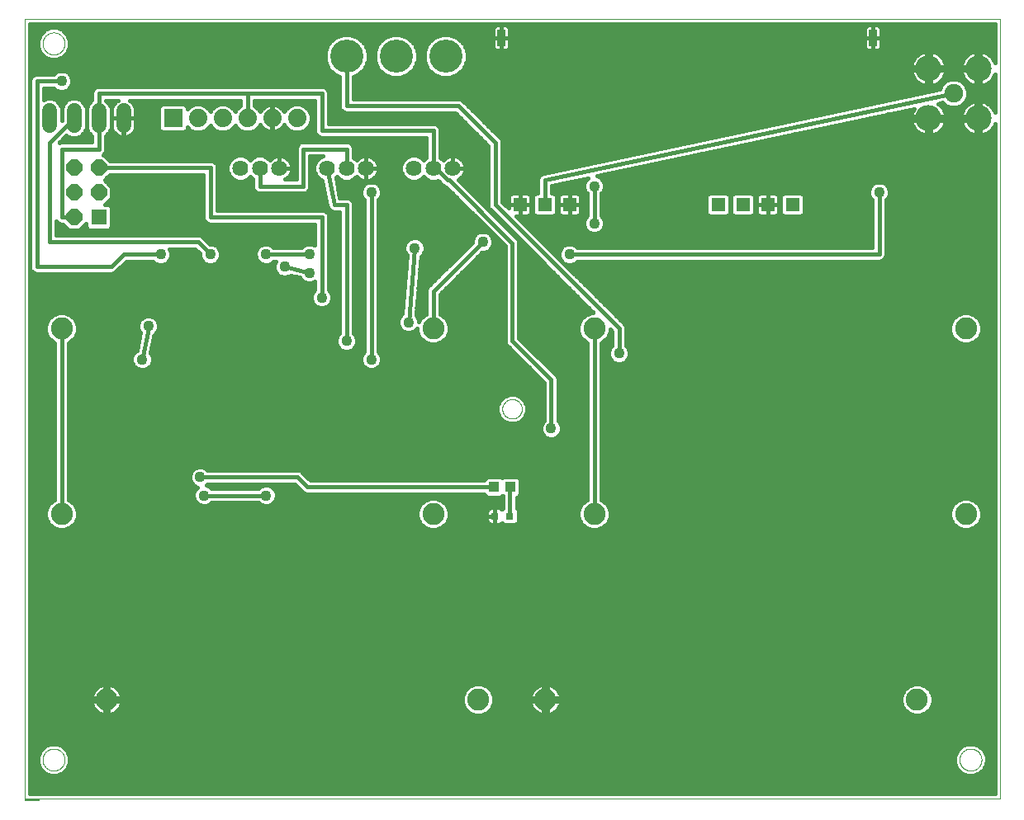
<source format=gtl>
G75*
%MOIN*%
%OFA0B0*%
%FSLAX25Y25*%
%IPPOS*%
%LPD*%
%AMOC8*
5,1,8,0,0,1.08239X$1,22.5*
%
%ADD10C,0.00000*%
%ADD11C,0.08858*%
%ADD12R,0.06400X0.06400*%
%ADD13OC8,0.06400*%
%ADD14R,0.05550X0.05550*%
%ADD15R,0.03200X0.06600*%
%ADD16C,0.07500*%
%ADD17C,0.10500*%
%ADD18C,0.06000*%
%ADD19C,0.06400*%
%ADD20R,0.07400X0.07400*%
%ADD21C,0.07400*%
%ADD22C,0.13350*%
%ADD23R,0.03150X0.03150*%
%ADD24R,0.03937X0.04331*%
%ADD25C,0.01600*%
%ADD26C,0.04362*%
D10*
X0022369Y0003000D02*
X0022542Y0003260D01*
X0022553Y0003250D02*
X0022553Y0003283D01*
X0022586Y0003283D01*
X0022586Y0003250D01*
X0022553Y0003250D01*
X0022553Y0003183D02*
X0022553Y0003150D01*
X0022586Y0003150D01*
X0022586Y0003183D01*
X0022553Y0003183D01*
X0022502Y0003183D02*
X0022469Y0003150D01*
X0022402Y0003150D01*
X0022369Y0003183D01*
X0022369Y0003317D01*
X0022402Y0003350D01*
X0022469Y0003350D01*
X0022502Y0003317D01*
X0022652Y0003173D02*
X0022782Y0003173D01*
X0022829Y0003183D02*
X0022863Y0003150D01*
X0022929Y0003150D01*
X0022963Y0003183D01*
X0022963Y0003350D01*
X0023047Y0003283D02*
X0023147Y0003283D01*
X0023198Y0003250D02*
X0023231Y0003283D01*
X0023298Y0003283D01*
X0023331Y0003250D01*
X0023331Y0003217D01*
X0023198Y0003217D01*
X0023198Y0003250D02*
X0023198Y0003183D01*
X0023231Y0003150D01*
X0023298Y0003150D01*
X0023333Y0003173D02*
X0023377Y0003173D01*
X0023382Y0003150D02*
X0023382Y0003283D01*
X0023382Y0003217D02*
X0023449Y0003283D01*
X0023482Y0003283D01*
X0023535Y0003250D02*
X0023569Y0003283D01*
X0023669Y0003283D01*
X0023635Y0003217D02*
X0023569Y0003217D01*
X0023535Y0003250D01*
X0023576Y0003173D02*
X0023620Y0003130D01*
X0023620Y0003000D01*
X0023490Y0003000D01*
X0023446Y0003043D01*
X0023490Y0003087D01*
X0023620Y0003087D01*
X0023635Y0003150D02*
X0023669Y0003183D01*
X0023635Y0003217D01*
X0023635Y0003150D02*
X0023535Y0003150D01*
X0023576Y0003173D02*
X0023490Y0003173D01*
X0023333Y0003173D02*
X0023247Y0003087D01*
X0023181Y0003130D02*
X0023137Y0003173D01*
X0023051Y0003173D01*
X0023007Y0003130D01*
X0023007Y0003043D01*
X0023051Y0003000D01*
X0023137Y0003000D01*
X0023181Y0003043D01*
X0023181Y0003130D01*
X0023147Y0003183D02*
X0023114Y0003217D01*
X0023047Y0003217D01*
X0023013Y0003250D01*
X0023047Y0003283D01*
X0023013Y0003150D02*
X0023114Y0003150D01*
X0023147Y0003183D01*
X0023247Y0003173D02*
X0023247Y0003000D01*
X0022934Y0003000D02*
X0022891Y0003043D01*
X0022891Y0003217D01*
X0022848Y0003173D02*
X0022934Y0003173D01*
X0022829Y0003183D02*
X0022829Y0003350D01*
X0022779Y0003350D02*
X0022645Y0003150D01*
X0022652Y0003173D02*
X0022608Y0003130D01*
X0022652Y0003087D01*
X0022738Y0003087D01*
X0022782Y0003043D01*
X0022738Y0003000D01*
X0022608Y0003000D01*
X0022369Y0003650D02*
X0022369Y0318611D01*
X0416070Y0318611D01*
X0416070Y0003650D01*
X0022369Y0003650D01*
X0023686Y0003130D02*
X0023686Y0003043D01*
X0023729Y0003000D01*
X0023859Y0003000D01*
X0023859Y0002957D02*
X0023859Y0003173D01*
X0023729Y0003173D01*
X0023686Y0003130D01*
X0023719Y0003150D02*
X0023853Y0003350D01*
X0023937Y0003283D02*
X0023904Y0003250D01*
X0023904Y0003183D01*
X0023937Y0003150D01*
X0024037Y0003150D01*
X0024055Y0003173D02*
X0024098Y0003130D01*
X0024098Y0003087D01*
X0023925Y0003087D01*
X0023925Y0003130D02*
X0023968Y0003173D01*
X0024055Y0003173D01*
X0024088Y0003183D02*
X0024121Y0003150D01*
X0024154Y0003183D01*
X0024188Y0003150D01*
X0024221Y0003183D01*
X0024221Y0003283D01*
X0024272Y0003317D02*
X0024305Y0003350D01*
X0024372Y0003350D01*
X0024405Y0003317D01*
X0024272Y0003183D01*
X0024305Y0003150D01*
X0024372Y0003150D01*
X0024405Y0003183D01*
X0024405Y0003317D01*
X0024456Y0003317D02*
X0024489Y0003350D01*
X0024556Y0003350D01*
X0024589Y0003317D01*
X0024456Y0003183D01*
X0024489Y0003150D01*
X0024556Y0003150D01*
X0024589Y0003183D01*
X0024589Y0003317D01*
X0024643Y0003260D02*
X0024643Y0003000D01*
X0024577Y0003043D02*
X0024534Y0003000D01*
X0024447Y0003000D01*
X0024404Y0003043D01*
X0024404Y0003217D01*
X0024447Y0003260D01*
X0024534Y0003260D01*
X0024577Y0003217D01*
X0024640Y0003250D02*
X0024740Y0003250D01*
X0024774Y0003217D01*
X0024774Y0003183D01*
X0024740Y0003150D01*
X0024674Y0003150D01*
X0024640Y0003183D01*
X0024640Y0003250D01*
X0024707Y0003317D01*
X0024774Y0003350D01*
X0024824Y0003317D02*
X0024858Y0003350D01*
X0024924Y0003350D01*
X0024958Y0003317D01*
X0024958Y0003283D01*
X0024924Y0003250D01*
X0024958Y0003217D01*
X0024958Y0003183D01*
X0024924Y0003150D01*
X0024858Y0003150D01*
X0024824Y0003183D01*
X0024773Y0003173D02*
X0024817Y0003130D01*
X0024817Y0003000D01*
X0024883Y0003000D02*
X0024883Y0003173D01*
X0024891Y0003250D02*
X0024924Y0003250D01*
X0024969Y0003173D02*
X0025013Y0003173D01*
X0025008Y0003150D02*
X0025142Y0003350D01*
X0025193Y0003350D02*
X0025293Y0003350D01*
X0025326Y0003317D01*
X0025326Y0003183D01*
X0025293Y0003150D01*
X0025193Y0003150D01*
X0025193Y0003350D01*
X0025212Y0003173D02*
X0025125Y0003173D01*
X0025082Y0003130D01*
X0025082Y0003043D01*
X0025125Y0003000D01*
X0025212Y0003000D01*
X0025256Y0003043D01*
X0025256Y0003130D01*
X0025212Y0003173D01*
X0025321Y0003173D02*
X0025365Y0003173D01*
X0025408Y0003130D01*
X0025452Y0003173D01*
X0025495Y0003130D01*
X0025495Y0003000D01*
X0025561Y0003043D02*
X0025561Y0003130D01*
X0025604Y0003173D01*
X0025691Y0003173D01*
X0025734Y0003130D01*
X0025734Y0003087D01*
X0025561Y0003087D01*
X0025561Y0003043D02*
X0025604Y0003000D01*
X0025691Y0003000D01*
X0025800Y0003000D02*
X0025974Y0003260D01*
X0026052Y0003250D02*
X0026052Y0003183D01*
X0026085Y0003150D01*
X0026152Y0003150D01*
X0026185Y0003183D01*
X0026185Y0003250D01*
X0026152Y0003283D01*
X0026085Y0003283D01*
X0026052Y0003250D01*
X0026083Y0003173D02*
X0026040Y0003130D01*
X0026040Y0003043D01*
X0026083Y0003000D01*
X0026213Y0003000D01*
X0026279Y0003000D02*
X0026279Y0003173D01*
X0026270Y0003150D02*
X0026236Y0003183D01*
X0026270Y0003217D01*
X0026370Y0003217D01*
X0026370Y0003250D02*
X0026370Y0003150D01*
X0026270Y0003150D01*
X0026213Y0003173D02*
X0026083Y0003173D01*
X0025996Y0003150D02*
X0025929Y0003150D01*
X0025963Y0003150D02*
X0025963Y0003350D01*
X0025929Y0003350D01*
X0025845Y0003283D02*
X0025879Y0003250D01*
X0025879Y0003150D01*
X0025745Y0003150D02*
X0025745Y0003283D01*
X0025845Y0003283D01*
X0025694Y0003283D02*
X0025694Y0003183D01*
X0025661Y0003150D01*
X0025628Y0003183D01*
X0025594Y0003150D01*
X0025561Y0003183D01*
X0025561Y0003283D01*
X0025510Y0003250D02*
X0025477Y0003283D01*
X0025410Y0003283D01*
X0025377Y0003250D01*
X0025377Y0003183D01*
X0025410Y0003150D01*
X0025477Y0003150D01*
X0025510Y0003183D01*
X0025510Y0003250D01*
X0025408Y0003130D02*
X0025408Y0003000D01*
X0025321Y0003000D02*
X0025321Y0003173D01*
X0024969Y0003173D02*
X0024883Y0003087D01*
X0024773Y0003173D02*
X0024687Y0003173D01*
X0024643Y0003130D01*
X0024456Y0003183D02*
X0024456Y0003317D01*
X0024338Y0003260D02*
X0024164Y0003000D01*
X0024055Y0003000D02*
X0023968Y0003000D01*
X0023925Y0003043D01*
X0023925Y0003130D01*
X0023937Y0003283D02*
X0024037Y0003283D01*
X0024088Y0003283D02*
X0024088Y0003183D01*
X0024272Y0003183D02*
X0024272Y0003317D01*
X0023859Y0002957D02*
X0023816Y0002913D01*
X0023772Y0002913D01*
X0026279Y0003087D02*
X0026366Y0003173D01*
X0026409Y0003173D01*
X0026420Y0003183D02*
X0026420Y0003250D01*
X0026454Y0003283D01*
X0026554Y0003283D01*
X0026604Y0003250D02*
X0026638Y0003283D01*
X0026738Y0003283D01*
X0026705Y0003217D02*
X0026638Y0003217D01*
X0026604Y0003250D01*
X0026609Y0003173D02*
X0026522Y0003173D01*
X0026479Y0003130D01*
X0026479Y0003043D01*
X0026522Y0003000D01*
X0026609Y0003000D01*
X0026652Y0003043D01*
X0026652Y0003130D01*
X0026609Y0003173D01*
X0026604Y0003150D02*
X0026705Y0003150D01*
X0026738Y0003183D01*
X0026705Y0003217D01*
X0026761Y0003173D02*
X0026718Y0003130D01*
X0026718Y0003043D01*
X0026761Y0003000D01*
X0026891Y0003000D01*
X0026957Y0003000D02*
X0027001Y0003000D01*
X0027001Y0003043D01*
X0026957Y0003043D01*
X0026957Y0003000D01*
X0027077Y0003000D02*
X0027207Y0003000D01*
X0027251Y0003043D01*
X0027251Y0003130D01*
X0027207Y0003173D01*
X0027077Y0003173D01*
X0027106Y0003150D02*
X0027006Y0003150D01*
X0026973Y0003183D01*
X0026973Y0003250D01*
X0027006Y0003283D01*
X0027106Y0003283D01*
X0027077Y0003260D02*
X0027077Y0003000D01*
X0027157Y0003150D02*
X0027157Y0003283D01*
X0027157Y0003217D02*
X0027224Y0003283D01*
X0027257Y0003283D01*
X0027310Y0003250D02*
X0027344Y0003283D01*
X0027410Y0003283D01*
X0027444Y0003250D01*
X0027444Y0003183D01*
X0027410Y0003150D01*
X0027344Y0003150D01*
X0027310Y0003183D01*
X0027310Y0003250D01*
X0027316Y0003173D02*
X0027360Y0003173D01*
X0027403Y0003130D01*
X0027447Y0003173D01*
X0027490Y0003130D01*
X0027490Y0003000D01*
X0027556Y0003000D02*
X0027686Y0003000D01*
X0027729Y0003043D01*
X0027729Y0003130D01*
X0027686Y0003173D01*
X0027556Y0003173D01*
X0027556Y0002913D01*
X0027403Y0003000D02*
X0027403Y0003130D01*
X0027316Y0003173D02*
X0027316Y0003000D01*
X0027495Y0003183D02*
X0027528Y0003150D01*
X0027628Y0003150D01*
X0027679Y0003150D02*
X0027712Y0003150D01*
X0027712Y0003183D01*
X0027679Y0003183D01*
X0027679Y0003150D01*
X0027771Y0003150D02*
X0027871Y0003150D01*
X0027904Y0003183D01*
X0027904Y0003250D01*
X0027871Y0003283D01*
X0027771Y0003283D01*
X0027771Y0003350D02*
X0027771Y0003150D01*
X0027955Y0003150D02*
X0027955Y0003283D01*
X0027988Y0003283D01*
X0028022Y0003250D01*
X0028055Y0003283D01*
X0028088Y0003250D01*
X0028088Y0003150D01*
X0028139Y0003150D02*
X0028239Y0003150D01*
X0028273Y0003183D01*
X0028273Y0003250D01*
X0028239Y0003283D01*
X0028139Y0003283D01*
X0028139Y0003083D01*
X0028022Y0003150D02*
X0028022Y0003250D01*
X0027628Y0003283D02*
X0027528Y0003283D01*
X0027495Y0003250D01*
X0027495Y0003183D01*
X0026922Y0003350D02*
X0026789Y0003150D01*
X0026761Y0003173D02*
X0026891Y0003173D01*
X0026554Y0003150D02*
X0026454Y0003150D01*
X0026420Y0003183D01*
X0026370Y0003250D02*
X0026336Y0003283D01*
X0026270Y0003283D01*
X0026554Y0003350D02*
X0026554Y0003150D01*
X0029730Y0019398D02*
X0029732Y0019531D01*
X0029738Y0019664D01*
X0029748Y0019797D01*
X0029762Y0019929D01*
X0029780Y0020061D01*
X0029802Y0020193D01*
X0029827Y0020323D01*
X0029857Y0020453D01*
X0029890Y0020582D01*
X0029928Y0020710D01*
X0029969Y0020836D01*
X0030014Y0020962D01*
X0030062Y0021086D01*
X0030115Y0021208D01*
X0030171Y0021329D01*
X0030230Y0021448D01*
X0030293Y0021565D01*
X0030360Y0021680D01*
X0030430Y0021794D01*
X0030503Y0021905D01*
X0030580Y0022014D01*
X0030660Y0022120D01*
X0030743Y0022224D01*
X0030829Y0022326D01*
X0030918Y0022425D01*
X0031010Y0022521D01*
X0031105Y0022614D01*
X0031202Y0022705D01*
X0031303Y0022793D01*
X0031405Y0022877D01*
X0031511Y0022959D01*
X0031619Y0023037D01*
X0031729Y0023112D01*
X0031841Y0023184D01*
X0031955Y0023252D01*
X0032071Y0023317D01*
X0032189Y0023378D01*
X0032309Y0023436D01*
X0032431Y0023490D01*
X0032554Y0023540D01*
X0032679Y0023587D01*
X0032805Y0023630D01*
X0032932Y0023669D01*
X0033060Y0023705D01*
X0033190Y0023736D01*
X0033320Y0023764D01*
X0033451Y0023788D01*
X0033583Y0023808D01*
X0033715Y0023824D01*
X0033847Y0023836D01*
X0033980Y0023844D01*
X0034113Y0023848D01*
X0034247Y0023848D01*
X0034380Y0023844D01*
X0034513Y0023836D01*
X0034645Y0023824D01*
X0034777Y0023808D01*
X0034909Y0023788D01*
X0035040Y0023764D01*
X0035170Y0023736D01*
X0035300Y0023705D01*
X0035428Y0023669D01*
X0035555Y0023630D01*
X0035681Y0023587D01*
X0035806Y0023540D01*
X0035929Y0023490D01*
X0036051Y0023436D01*
X0036171Y0023378D01*
X0036289Y0023317D01*
X0036405Y0023252D01*
X0036519Y0023184D01*
X0036631Y0023112D01*
X0036741Y0023037D01*
X0036849Y0022959D01*
X0036955Y0022877D01*
X0037057Y0022793D01*
X0037158Y0022705D01*
X0037255Y0022614D01*
X0037350Y0022521D01*
X0037442Y0022425D01*
X0037531Y0022326D01*
X0037617Y0022224D01*
X0037700Y0022120D01*
X0037780Y0022014D01*
X0037857Y0021905D01*
X0037930Y0021794D01*
X0038000Y0021680D01*
X0038067Y0021565D01*
X0038130Y0021448D01*
X0038189Y0021329D01*
X0038245Y0021208D01*
X0038298Y0021086D01*
X0038346Y0020962D01*
X0038391Y0020836D01*
X0038432Y0020710D01*
X0038470Y0020582D01*
X0038503Y0020453D01*
X0038533Y0020323D01*
X0038558Y0020193D01*
X0038580Y0020061D01*
X0038598Y0019929D01*
X0038612Y0019797D01*
X0038622Y0019664D01*
X0038628Y0019531D01*
X0038630Y0019398D01*
X0038628Y0019265D01*
X0038622Y0019132D01*
X0038612Y0018999D01*
X0038598Y0018867D01*
X0038580Y0018735D01*
X0038558Y0018603D01*
X0038533Y0018473D01*
X0038503Y0018343D01*
X0038470Y0018214D01*
X0038432Y0018086D01*
X0038391Y0017960D01*
X0038346Y0017834D01*
X0038298Y0017710D01*
X0038245Y0017588D01*
X0038189Y0017467D01*
X0038130Y0017348D01*
X0038067Y0017231D01*
X0038000Y0017116D01*
X0037930Y0017002D01*
X0037857Y0016891D01*
X0037780Y0016782D01*
X0037700Y0016676D01*
X0037617Y0016572D01*
X0037531Y0016470D01*
X0037442Y0016371D01*
X0037350Y0016275D01*
X0037255Y0016182D01*
X0037158Y0016091D01*
X0037057Y0016003D01*
X0036955Y0015919D01*
X0036849Y0015837D01*
X0036741Y0015759D01*
X0036631Y0015684D01*
X0036519Y0015612D01*
X0036405Y0015544D01*
X0036289Y0015479D01*
X0036171Y0015418D01*
X0036051Y0015360D01*
X0035929Y0015306D01*
X0035806Y0015256D01*
X0035681Y0015209D01*
X0035555Y0015166D01*
X0035428Y0015127D01*
X0035300Y0015091D01*
X0035170Y0015060D01*
X0035040Y0015032D01*
X0034909Y0015008D01*
X0034777Y0014988D01*
X0034645Y0014972D01*
X0034513Y0014960D01*
X0034380Y0014952D01*
X0034247Y0014948D01*
X0034113Y0014948D01*
X0033980Y0014952D01*
X0033847Y0014960D01*
X0033715Y0014972D01*
X0033583Y0014988D01*
X0033451Y0015008D01*
X0033320Y0015032D01*
X0033190Y0015060D01*
X0033060Y0015091D01*
X0032932Y0015127D01*
X0032805Y0015166D01*
X0032679Y0015209D01*
X0032554Y0015256D01*
X0032431Y0015306D01*
X0032309Y0015360D01*
X0032189Y0015418D01*
X0032071Y0015479D01*
X0031955Y0015544D01*
X0031841Y0015612D01*
X0031729Y0015684D01*
X0031619Y0015759D01*
X0031511Y0015837D01*
X0031405Y0015919D01*
X0031303Y0016003D01*
X0031202Y0016091D01*
X0031105Y0016182D01*
X0031010Y0016275D01*
X0030918Y0016371D01*
X0030829Y0016470D01*
X0030743Y0016572D01*
X0030660Y0016676D01*
X0030580Y0016782D01*
X0030503Y0016891D01*
X0030430Y0017002D01*
X0030360Y0017116D01*
X0030293Y0017231D01*
X0030230Y0017348D01*
X0030171Y0017467D01*
X0030115Y0017588D01*
X0030062Y0017710D01*
X0030014Y0017834D01*
X0029969Y0017960D01*
X0029928Y0018086D01*
X0029890Y0018214D01*
X0029857Y0018343D01*
X0029827Y0018473D01*
X0029802Y0018603D01*
X0029780Y0018735D01*
X0029762Y0018867D01*
X0029748Y0018999D01*
X0029738Y0019132D01*
X0029732Y0019265D01*
X0029730Y0019398D01*
X0215282Y0161130D02*
X0215284Y0161255D01*
X0215290Y0161380D01*
X0215300Y0161504D01*
X0215314Y0161628D01*
X0215331Y0161752D01*
X0215353Y0161875D01*
X0215379Y0161997D01*
X0215408Y0162119D01*
X0215441Y0162239D01*
X0215479Y0162358D01*
X0215519Y0162477D01*
X0215564Y0162593D01*
X0215612Y0162708D01*
X0215664Y0162822D01*
X0215720Y0162934D01*
X0215779Y0163044D01*
X0215841Y0163152D01*
X0215907Y0163259D01*
X0215976Y0163363D01*
X0216049Y0163464D01*
X0216124Y0163564D01*
X0216203Y0163661D01*
X0216285Y0163755D01*
X0216370Y0163847D01*
X0216457Y0163936D01*
X0216548Y0164022D01*
X0216641Y0164105D01*
X0216737Y0164186D01*
X0216835Y0164263D01*
X0216935Y0164337D01*
X0217038Y0164408D01*
X0217143Y0164475D01*
X0217251Y0164540D01*
X0217360Y0164600D01*
X0217471Y0164658D01*
X0217584Y0164711D01*
X0217698Y0164761D01*
X0217814Y0164808D01*
X0217931Y0164850D01*
X0218050Y0164889D01*
X0218170Y0164925D01*
X0218291Y0164956D01*
X0218413Y0164984D01*
X0218535Y0165007D01*
X0218659Y0165027D01*
X0218783Y0165043D01*
X0218907Y0165055D01*
X0219032Y0165063D01*
X0219157Y0165067D01*
X0219281Y0165067D01*
X0219406Y0165063D01*
X0219531Y0165055D01*
X0219655Y0165043D01*
X0219779Y0165027D01*
X0219903Y0165007D01*
X0220025Y0164984D01*
X0220147Y0164956D01*
X0220268Y0164925D01*
X0220388Y0164889D01*
X0220507Y0164850D01*
X0220624Y0164808D01*
X0220740Y0164761D01*
X0220854Y0164711D01*
X0220967Y0164658D01*
X0221078Y0164600D01*
X0221188Y0164540D01*
X0221295Y0164475D01*
X0221400Y0164408D01*
X0221503Y0164337D01*
X0221603Y0164263D01*
X0221701Y0164186D01*
X0221797Y0164105D01*
X0221890Y0164022D01*
X0221981Y0163936D01*
X0222068Y0163847D01*
X0222153Y0163755D01*
X0222235Y0163661D01*
X0222314Y0163564D01*
X0222389Y0163464D01*
X0222462Y0163363D01*
X0222531Y0163259D01*
X0222597Y0163152D01*
X0222659Y0163044D01*
X0222718Y0162934D01*
X0222774Y0162822D01*
X0222826Y0162708D01*
X0222874Y0162593D01*
X0222919Y0162477D01*
X0222959Y0162358D01*
X0222997Y0162239D01*
X0223030Y0162119D01*
X0223059Y0161997D01*
X0223085Y0161875D01*
X0223107Y0161752D01*
X0223124Y0161628D01*
X0223138Y0161504D01*
X0223148Y0161380D01*
X0223154Y0161255D01*
X0223156Y0161130D01*
X0223154Y0161005D01*
X0223148Y0160880D01*
X0223138Y0160756D01*
X0223124Y0160632D01*
X0223107Y0160508D01*
X0223085Y0160385D01*
X0223059Y0160263D01*
X0223030Y0160141D01*
X0222997Y0160021D01*
X0222959Y0159902D01*
X0222919Y0159783D01*
X0222874Y0159667D01*
X0222826Y0159552D01*
X0222774Y0159438D01*
X0222718Y0159326D01*
X0222659Y0159216D01*
X0222597Y0159108D01*
X0222531Y0159001D01*
X0222462Y0158897D01*
X0222389Y0158796D01*
X0222314Y0158696D01*
X0222235Y0158599D01*
X0222153Y0158505D01*
X0222068Y0158413D01*
X0221981Y0158324D01*
X0221890Y0158238D01*
X0221797Y0158155D01*
X0221701Y0158074D01*
X0221603Y0157997D01*
X0221503Y0157923D01*
X0221400Y0157852D01*
X0221295Y0157785D01*
X0221187Y0157720D01*
X0221078Y0157660D01*
X0220967Y0157602D01*
X0220854Y0157549D01*
X0220740Y0157499D01*
X0220624Y0157452D01*
X0220507Y0157410D01*
X0220388Y0157371D01*
X0220268Y0157335D01*
X0220147Y0157304D01*
X0220025Y0157276D01*
X0219903Y0157253D01*
X0219779Y0157233D01*
X0219655Y0157217D01*
X0219531Y0157205D01*
X0219406Y0157197D01*
X0219281Y0157193D01*
X0219157Y0157193D01*
X0219032Y0157197D01*
X0218907Y0157205D01*
X0218783Y0157217D01*
X0218659Y0157233D01*
X0218535Y0157253D01*
X0218413Y0157276D01*
X0218291Y0157304D01*
X0218170Y0157335D01*
X0218050Y0157371D01*
X0217931Y0157410D01*
X0217814Y0157452D01*
X0217698Y0157499D01*
X0217584Y0157549D01*
X0217471Y0157602D01*
X0217360Y0157660D01*
X0217250Y0157720D01*
X0217143Y0157785D01*
X0217038Y0157852D01*
X0216935Y0157923D01*
X0216835Y0157997D01*
X0216737Y0158074D01*
X0216641Y0158155D01*
X0216548Y0158238D01*
X0216457Y0158324D01*
X0216370Y0158413D01*
X0216285Y0158505D01*
X0216203Y0158599D01*
X0216124Y0158696D01*
X0216049Y0158796D01*
X0215976Y0158897D01*
X0215907Y0159001D01*
X0215841Y0159108D01*
X0215779Y0159216D01*
X0215720Y0159326D01*
X0215664Y0159438D01*
X0215612Y0159552D01*
X0215564Y0159667D01*
X0215519Y0159783D01*
X0215479Y0159902D01*
X0215441Y0160021D01*
X0215408Y0160141D01*
X0215379Y0160263D01*
X0215353Y0160385D01*
X0215331Y0160508D01*
X0215314Y0160632D01*
X0215300Y0160756D01*
X0215290Y0160880D01*
X0215284Y0161005D01*
X0215282Y0161130D01*
X0399809Y0019398D02*
X0399811Y0019531D01*
X0399817Y0019664D01*
X0399827Y0019797D01*
X0399841Y0019929D01*
X0399859Y0020061D01*
X0399881Y0020193D01*
X0399906Y0020323D01*
X0399936Y0020453D01*
X0399969Y0020582D01*
X0400007Y0020710D01*
X0400048Y0020836D01*
X0400093Y0020962D01*
X0400141Y0021086D01*
X0400194Y0021208D01*
X0400250Y0021329D01*
X0400309Y0021448D01*
X0400372Y0021565D01*
X0400439Y0021680D01*
X0400509Y0021794D01*
X0400582Y0021905D01*
X0400659Y0022014D01*
X0400739Y0022120D01*
X0400822Y0022224D01*
X0400908Y0022326D01*
X0400997Y0022425D01*
X0401089Y0022521D01*
X0401184Y0022614D01*
X0401281Y0022705D01*
X0401382Y0022793D01*
X0401484Y0022877D01*
X0401590Y0022959D01*
X0401698Y0023037D01*
X0401808Y0023112D01*
X0401920Y0023184D01*
X0402034Y0023252D01*
X0402150Y0023317D01*
X0402268Y0023378D01*
X0402388Y0023436D01*
X0402510Y0023490D01*
X0402633Y0023540D01*
X0402758Y0023587D01*
X0402884Y0023630D01*
X0403011Y0023669D01*
X0403139Y0023705D01*
X0403269Y0023736D01*
X0403399Y0023764D01*
X0403530Y0023788D01*
X0403662Y0023808D01*
X0403794Y0023824D01*
X0403926Y0023836D01*
X0404059Y0023844D01*
X0404192Y0023848D01*
X0404326Y0023848D01*
X0404459Y0023844D01*
X0404592Y0023836D01*
X0404724Y0023824D01*
X0404856Y0023808D01*
X0404988Y0023788D01*
X0405119Y0023764D01*
X0405249Y0023736D01*
X0405379Y0023705D01*
X0405507Y0023669D01*
X0405634Y0023630D01*
X0405760Y0023587D01*
X0405885Y0023540D01*
X0406008Y0023490D01*
X0406130Y0023436D01*
X0406250Y0023378D01*
X0406368Y0023317D01*
X0406484Y0023252D01*
X0406598Y0023184D01*
X0406710Y0023112D01*
X0406820Y0023037D01*
X0406928Y0022959D01*
X0407034Y0022877D01*
X0407136Y0022793D01*
X0407237Y0022705D01*
X0407334Y0022614D01*
X0407429Y0022521D01*
X0407521Y0022425D01*
X0407610Y0022326D01*
X0407696Y0022224D01*
X0407779Y0022120D01*
X0407859Y0022014D01*
X0407936Y0021905D01*
X0408009Y0021794D01*
X0408079Y0021680D01*
X0408146Y0021565D01*
X0408209Y0021448D01*
X0408268Y0021329D01*
X0408324Y0021208D01*
X0408377Y0021086D01*
X0408425Y0020962D01*
X0408470Y0020836D01*
X0408511Y0020710D01*
X0408549Y0020582D01*
X0408582Y0020453D01*
X0408612Y0020323D01*
X0408637Y0020193D01*
X0408659Y0020061D01*
X0408677Y0019929D01*
X0408691Y0019797D01*
X0408701Y0019664D01*
X0408707Y0019531D01*
X0408709Y0019398D01*
X0408707Y0019265D01*
X0408701Y0019132D01*
X0408691Y0018999D01*
X0408677Y0018867D01*
X0408659Y0018735D01*
X0408637Y0018603D01*
X0408612Y0018473D01*
X0408582Y0018343D01*
X0408549Y0018214D01*
X0408511Y0018086D01*
X0408470Y0017960D01*
X0408425Y0017834D01*
X0408377Y0017710D01*
X0408324Y0017588D01*
X0408268Y0017467D01*
X0408209Y0017348D01*
X0408146Y0017231D01*
X0408079Y0017116D01*
X0408009Y0017002D01*
X0407936Y0016891D01*
X0407859Y0016782D01*
X0407779Y0016676D01*
X0407696Y0016572D01*
X0407610Y0016470D01*
X0407521Y0016371D01*
X0407429Y0016275D01*
X0407334Y0016182D01*
X0407237Y0016091D01*
X0407136Y0016003D01*
X0407034Y0015919D01*
X0406928Y0015837D01*
X0406820Y0015759D01*
X0406710Y0015684D01*
X0406598Y0015612D01*
X0406484Y0015544D01*
X0406368Y0015479D01*
X0406250Y0015418D01*
X0406130Y0015360D01*
X0406008Y0015306D01*
X0405885Y0015256D01*
X0405760Y0015209D01*
X0405634Y0015166D01*
X0405507Y0015127D01*
X0405379Y0015091D01*
X0405249Y0015060D01*
X0405119Y0015032D01*
X0404988Y0015008D01*
X0404856Y0014988D01*
X0404724Y0014972D01*
X0404592Y0014960D01*
X0404459Y0014952D01*
X0404326Y0014948D01*
X0404192Y0014948D01*
X0404059Y0014952D01*
X0403926Y0014960D01*
X0403794Y0014972D01*
X0403662Y0014988D01*
X0403530Y0015008D01*
X0403399Y0015032D01*
X0403269Y0015060D01*
X0403139Y0015091D01*
X0403011Y0015127D01*
X0402884Y0015166D01*
X0402758Y0015209D01*
X0402633Y0015256D01*
X0402510Y0015306D01*
X0402388Y0015360D01*
X0402268Y0015418D01*
X0402150Y0015479D01*
X0402034Y0015544D01*
X0401920Y0015612D01*
X0401808Y0015684D01*
X0401698Y0015759D01*
X0401590Y0015837D01*
X0401484Y0015919D01*
X0401382Y0016003D01*
X0401281Y0016091D01*
X0401184Y0016182D01*
X0401089Y0016275D01*
X0400997Y0016371D01*
X0400908Y0016470D01*
X0400822Y0016572D01*
X0400739Y0016676D01*
X0400659Y0016782D01*
X0400582Y0016891D01*
X0400509Y0017002D01*
X0400439Y0017116D01*
X0400372Y0017231D01*
X0400309Y0017348D01*
X0400250Y0017467D01*
X0400194Y0017588D01*
X0400141Y0017710D01*
X0400093Y0017834D01*
X0400048Y0017960D01*
X0400007Y0018086D01*
X0399969Y0018214D01*
X0399936Y0018343D01*
X0399906Y0018473D01*
X0399881Y0018603D01*
X0399859Y0018735D01*
X0399841Y0018867D01*
X0399827Y0018999D01*
X0399817Y0019132D01*
X0399811Y0019265D01*
X0399809Y0019398D01*
X0029730Y0308768D02*
X0029732Y0308901D01*
X0029738Y0309034D01*
X0029748Y0309167D01*
X0029762Y0309299D01*
X0029780Y0309431D01*
X0029802Y0309563D01*
X0029827Y0309693D01*
X0029857Y0309823D01*
X0029890Y0309952D01*
X0029928Y0310080D01*
X0029969Y0310206D01*
X0030014Y0310332D01*
X0030062Y0310456D01*
X0030115Y0310578D01*
X0030171Y0310699D01*
X0030230Y0310818D01*
X0030293Y0310935D01*
X0030360Y0311050D01*
X0030430Y0311164D01*
X0030503Y0311275D01*
X0030580Y0311384D01*
X0030660Y0311490D01*
X0030743Y0311594D01*
X0030829Y0311696D01*
X0030918Y0311795D01*
X0031010Y0311891D01*
X0031105Y0311984D01*
X0031202Y0312075D01*
X0031303Y0312163D01*
X0031405Y0312247D01*
X0031511Y0312329D01*
X0031619Y0312407D01*
X0031729Y0312482D01*
X0031841Y0312554D01*
X0031955Y0312622D01*
X0032071Y0312687D01*
X0032189Y0312748D01*
X0032309Y0312806D01*
X0032431Y0312860D01*
X0032554Y0312910D01*
X0032679Y0312957D01*
X0032805Y0313000D01*
X0032932Y0313039D01*
X0033060Y0313075D01*
X0033190Y0313106D01*
X0033320Y0313134D01*
X0033451Y0313158D01*
X0033583Y0313178D01*
X0033715Y0313194D01*
X0033847Y0313206D01*
X0033980Y0313214D01*
X0034113Y0313218D01*
X0034247Y0313218D01*
X0034380Y0313214D01*
X0034513Y0313206D01*
X0034645Y0313194D01*
X0034777Y0313178D01*
X0034909Y0313158D01*
X0035040Y0313134D01*
X0035170Y0313106D01*
X0035300Y0313075D01*
X0035428Y0313039D01*
X0035555Y0313000D01*
X0035681Y0312957D01*
X0035806Y0312910D01*
X0035929Y0312860D01*
X0036051Y0312806D01*
X0036171Y0312748D01*
X0036289Y0312687D01*
X0036405Y0312622D01*
X0036519Y0312554D01*
X0036631Y0312482D01*
X0036741Y0312407D01*
X0036849Y0312329D01*
X0036955Y0312247D01*
X0037057Y0312163D01*
X0037158Y0312075D01*
X0037255Y0311984D01*
X0037350Y0311891D01*
X0037442Y0311795D01*
X0037531Y0311696D01*
X0037617Y0311594D01*
X0037700Y0311490D01*
X0037780Y0311384D01*
X0037857Y0311275D01*
X0037930Y0311164D01*
X0038000Y0311050D01*
X0038067Y0310935D01*
X0038130Y0310818D01*
X0038189Y0310699D01*
X0038245Y0310578D01*
X0038298Y0310456D01*
X0038346Y0310332D01*
X0038391Y0310206D01*
X0038432Y0310080D01*
X0038470Y0309952D01*
X0038503Y0309823D01*
X0038533Y0309693D01*
X0038558Y0309563D01*
X0038580Y0309431D01*
X0038598Y0309299D01*
X0038612Y0309167D01*
X0038622Y0309034D01*
X0038628Y0308901D01*
X0038630Y0308768D01*
X0038628Y0308635D01*
X0038622Y0308502D01*
X0038612Y0308369D01*
X0038598Y0308237D01*
X0038580Y0308105D01*
X0038558Y0307973D01*
X0038533Y0307843D01*
X0038503Y0307713D01*
X0038470Y0307584D01*
X0038432Y0307456D01*
X0038391Y0307330D01*
X0038346Y0307204D01*
X0038298Y0307080D01*
X0038245Y0306958D01*
X0038189Y0306837D01*
X0038130Y0306718D01*
X0038067Y0306601D01*
X0038000Y0306486D01*
X0037930Y0306372D01*
X0037857Y0306261D01*
X0037780Y0306152D01*
X0037700Y0306046D01*
X0037617Y0305942D01*
X0037531Y0305840D01*
X0037442Y0305741D01*
X0037350Y0305645D01*
X0037255Y0305552D01*
X0037158Y0305461D01*
X0037057Y0305373D01*
X0036955Y0305289D01*
X0036849Y0305207D01*
X0036741Y0305129D01*
X0036631Y0305054D01*
X0036519Y0304982D01*
X0036405Y0304914D01*
X0036289Y0304849D01*
X0036171Y0304788D01*
X0036051Y0304730D01*
X0035929Y0304676D01*
X0035806Y0304626D01*
X0035681Y0304579D01*
X0035555Y0304536D01*
X0035428Y0304497D01*
X0035300Y0304461D01*
X0035170Y0304430D01*
X0035040Y0304402D01*
X0034909Y0304378D01*
X0034777Y0304358D01*
X0034645Y0304342D01*
X0034513Y0304330D01*
X0034380Y0304322D01*
X0034247Y0304318D01*
X0034113Y0304318D01*
X0033980Y0304322D01*
X0033847Y0304330D01*
X0033715Y0304342D01*
X0033583Y0304358D01*
X0033451Y0304378D01*
X0033320Y0304402D01*
X0033190Y0304430D01*
X0033060Y0304461D01*
X0032932Y0304497D01*
X0032805Y0304536D01*
X0032679Y0304579D01*
X0032554Y0304626D01*
X0032431Y0304676D01*
X0032309Y0304730D01*
X0032189Y0304788D01*
X0032071Y0304849D01*
X0031955Y0304914D01*
X0031841Y0304982D01*
X0031729Y0305054D01*
X0031619Y0305129D01*
X0031511Y0305207D01*
X0031405Y0305289D01*
X0031303Y0305373D01*
X0031202Y0305461D01*
X0031105Y0305552D01*
X0031010Y0305645D01*
X0030918Y0305741D01*
X0030829Y0305840D01*
X0030743Y0305942D01*
X0030660Y0306046D01*
X0030580Y0306152D01*
X0030503Y0306261D01*
X0030430Y0306372D01*
X0030360Y0306486D01*
X0030293Y0306601D01*
X0030230Y0306718D01*
X0030171Y0306837D01*
X0030115Y0306958D01*
X0030062Y0307080D01*
X0030014Y0307204D01*
X0029969Y0307330D01*
X0029928Y0307456D01*
X0029890Y0307584D01*
X0029857Y0307713D01*
X0029827Y0307843D01*
X0029802Y0307973D01*
X0029780Y0308105D01*
X0029762Y0308237D01*
X0029748Y0308369D01*
X0029738Y0308502D01*
X0029732Y0308635D01*
X0029730Y0308768D01*
D11*
X0037369Y0193650D03*
X0037369Y0118650D03*
X0055479Y0043650D03*
X0187369Y0118650D03*
X0252369Y0118650D03*
X0252369Y0193650D03*
X0187369Y0193650D03*
X0205479Y0043650D03*
X0232684Y0043650D03*
X0382684Y0043650D03*
X0402369Y0118650D03*
X0402369Y0193650D03*
D12*
X0052369Y0238650D03*
D13*
X0042369Y0238650D03*
X0042369Y0248650D03*
X0052369Y0248650D03*
X0052369Y0258650D03*
X0042369Y0258650D03*
D14*
X0222369Y0243650D03*
X0232369Y0243650D03*
X0242369Y0243650D03*
X0302369Y0243650D03*
X0312369Y0243650D03*
X0322369Y0243650D03*
X0332369Y0243650D03*
D15*
X0364869Y0311150D03*
X0214869Y0311150D03*
D16*
X0397369Y0288650D03*
D17*
X0407408Y0278611D03*
X0387330Y0278611D03*
X0387330Y0298689D03*
X0407408Y0298689D03*
D18*
X0062369Y0281650D02*
X0062369Y0275650D01*
X0052369Y0275650D02*
X0052369Y0281650D01*
X0042369Y0281650D02*
X0042369Y0275650D01*
X0032369Y0275650D02*
X0032369Y0281650D01*
D19*
X0109495Y0258335D03*
X0117369Y0258335D03*
X0125243Y0258335D03*
X0144495Y0258335D03*
X0152369Y0258335D03*
X0160243Y0258335D03*
X0179495Y0258335D03*
X0187369Y0258335D03*
X0195243Y0258335D03*
D20*
X0082369Y0278650D03*
D21*
X0092369Y0278650D03*
X0102369Y0278650D03*
X0112369Y0278650D03*
X0122369Y0278650D03*
X0132369Y0278650D03*
D22*
X0152369Y0303650D03*
X0172369Y0303650D03*
X0192369Y0303650D03*
D23*
X0212330Y0117823D03*
X0218235Y0117823D03*
D24*
X0218629Y0129634D03*
X0211936Y0129634D03*
D25*
X0136542Y0129634D01*
X0132605Y0133571D01*
X0093235Y0133571D01*
X0096348Y0130771D02*
X0131445Y0130771D01*
X0134956Y0127261D01*
X0135985Y0126834D01*
X0207967Y0126834D01*
X0207967Y0126640D01*
X0209139Y0125469D01*
X0214733Y0125469D01*
X0215282Y0126018D01*
X0215435Y0125866D01*
X0215435Y0121001D01*
X0215141Y0120707D01*
X0215010Y0120838D01*
X0214599Y0121075D01*
X0214141Y0121198D01*
X0212330Y0121198D01*
X0212330Y0117823D01*
X0212330Y0114448D01*
X0214141Y0114448D01*
X0214599Y0114571D01*
X0215010Y0114808D01*
X0215141Y0114939D01*
X0215832Y0114248D01*
X0220638Y0114248D01*
X0221810Y0115420D01*
X0221810Y0120226D01*
X0221035Y0121001D01*
X0221035Y0125469D01*
X0221426Y0125469D01*
X0222597Y0126640D01*
X0222597Y0132628D01*
X0221426Y0133800D01*
X0215832Y0133800D01*
X0215282Y0133250D01*
X0214733Y0133800D01*
X0209139Y0133800D01*
X0207967Y0132628D01*
X0207967Y0132434D01*
X0137702Y0132434D01*
X0134979Y0135157D01*
X0134191Y0135945D01*
X0133162Y0136371D01*
X0096348Y0136371D01*
X0095603Y0137116D01*
X0094067Y0137752D01*
X0092403Y0137752D01*
X0090867Y0137116D01*
X0089691Y0135940D01*
X0089054Y0134403D01*
X0089054Y0132740D01*
X0089691Y0131203D01*
X0090867Y0130027D01*
X0092257Y0129451D01*
X0091324Y0128518D01*
X0090688Y0126982D01*
X0090688Y0125318D01*
X0091324Y0123782D01*
X0092501Y0122605D01*
X0094037Y0121969D01*
X0095701Y0121969D01*
X0097237Y0122605D01*
X0097982Y0123350D01*
X0116756Y0123350D01*
X0117501Y0122605D01*
X0119037Y0121969D01*
X0120701Y0121969D01*
X0122237Y0122605D01*
X0123414Y0123782D01*
X0124050Y0125318D01*
X0124050Y0126982D01*
X0123414Y0128518D01*
X0122237Y0129695D01*
X0120701Y0130331D01*
X0119037Y0130331D01*
X0117501Y0129695D01*
X0116756Y0128950D01*
X0097982Y0128950D01*
X0097237Y0129695D01*
X0095847Y0130270D01*
X0096348Y0130771D01*
X0096663Y0129932D02*
X0118075Y0129932D01*
X0121663Y0129932D02*
X0132284Y0129932D01*
X0133883Y0128334D02*
X0123490Y0128334D01*
X0124050Y0126735D02*
X0207967Y0126735D01*
X0210060Y0121075D02*
X0209650Y0120838D01*
X0209314Y0120503D01*
X0209077Y0120093D01*
X0208955Y0119635D01*
X0208955Y0117823D01*
X0208955Y0116011D01*
X0209077Y0115554D01*
X0209314Y0115143D01*
X0209650Y0114808D01*
X0210060Y0114571D01*
X0210518Y0114448D01*
X0212330Y0114448D01*
X0212330Y0117823D01*
X0212330Y0117823D01*
X0212330Y0117823D01*
X0212329Y0117823D02*
X0208955Y0117823D01*
X0212329Y0117823D01*
X0212329Y0117823D01*
X0212330Y0117823D02*
X0212330Y0121198D01*
X0210518Y0121198D01*
X0210060Y0121075D01*
X0209221Y0120341D02*
X0193627Y0120341D01*
X0193798Y0119929D02*
X0192819Y0122292D01*
X0191011Y0124100D01*
X0188648Y0125079D01*
X0186090Y0125079D01*
X0183727Y0124100D01*
X0181919Y0122292D01*
X0180940Y0119929D01*
X0180940Y0117371D01*
X0181919Y0115008D01*
X0183727Y0113200D01*
X0186090Y0112221D01*
X0188648Y0112221D01*
X0191011Y0113200D01*
X0192819Y0115008D01*
X0193798Y0117371D01*
X0193798Y0119929D01*
X0193798Y0118743D02*
X0208955Y0118743D01*
X0208955Y0117144D02*
X0193704Y0117144D01*
X0193042Y0115546D02*
X0209082Y0115546D01*
X0212330Y0115546D02*
X0212330Y0115546D01*
X0212330Y0117144D02*
X0212330Y0117144D01*
X0212330Y0118743D02*
X0212330Y0118743D01*
X0212330Y0120341D02*
X0212330Y0120341D01*
X0215435Y0121940D02*
X0192965Y0121940D01*
X0191573Y0123538D02*
X0215435Y0123538D01*
X0215435Y0125137D02*
X0123975Y0125137D01*
X0123170Y0123538D02*
X0183165Y0123538D01*
X0181773Y0121940D02*
X0042965Y0121940D01*
X0042819Y0122292D02*
X0041011Y0124100D01*
X0040169Y0124449D01*
X0040169Y0187851D01*
X0041011Y0188200D01*
X0042819Y0190008D01*
X0043798Y0192371D01*
X0043798Y0194929D01*
X0042819Y0197292D01*
X0041011Y0199100D01*
X0038648Y0200079D01*
X0036090Y0200079D01*
X0033727Y0199100D01*
X0031919Y0197292D01*
X0030940Y0194929D01*
X0030940Y0192371D01*
X0031919Y0190008D01*
X0033727Y0188200D01*
X0034569Y0187851D01*
X0034569Y0124449D01*
X0033727Y0124100D01*
X0031919Y0122292D01*
X0030940Y0119929D01*
X0030940Y0117371D01*
X0031919Y0115008D01*
X0033727Y0113200D01*
X0036090Y0112221D01*
X0038648Y0112221D01*
X0041011Y0113200D01*
X0042819Y0115008D01*
X0043798Y0117371D01*
X0043798Y0119929D01*
X0042819Y0122292D01*
X0041573Y0123538D02*
X0091568Y0123538D01*
X0090763Y0125137D02*
X0040169Y0125137D01*
X0040169Y0126735D02*
X0090688Y0126735D01*
X0091248Y0128334D02*
X0040169Y0128334D01*
X0040169Y0129932D02*
X0091094Y0129932D01*
X0089555Y0131531D02*
X0040169Y0131531D01*
X0040169Y0133129D02*
X0089054Y0133129D01*
X0089189Y0134728D02*
X0040169Y0134728D01*
X0040169Y0136326D02*
X0090077Y0136326D01*
X0094869Y0126150D02*
X0119869Y0126150D01*
X0133270Y0136326D02*
X0249569Y0136326D01*
X0249569Y0134728D02*
X0135408Y0134728D01*
X0137007Y0133129D02*
X0208469Y0133129D01*
X0218235Y0129634D02*
X0218235Y0117823D01*
X0221810Y0117144D02*
X0246034Y0117144D01*
X0245940Y0117371D02*
X0246919Y0115008D01*
X0248727Y0113200D01*
X0251090Y0112221D01*
X0253648Y0112221D01*
X0256011Y0113200D01*
X0257819Y0115008D01*
X0258798Y0117371D01*
X0258798Y0119929D01*
X0257819Y0122292D01*
X0256011Y0124100D01*
X0255169Y0124449D01*
X0255169Y0187851D01*
X0256011Y0188200D01*
X0257819Y0190008D01*
X0258798Y0192371D01*
X0258798Y0193261D01*
X0259569Y0192490D01*
X0259569Y0186763D01*
X0258824Y0186018D01*
X0258188Y0184482D01*
X0258188Y0182818D01*
X0258824Y0181282D01*
X0260001Y0180105D01*
X0261537Y0179469D01*
X0263201Y0179469D01*
X0264737Y0180105D01*
X0265914Y0181282D01*
X0266550Y0182818D01*
X0266550Y0184482D01*
X0265914Y0186018D01*
X0265169Y0186763D01*
X0265169Y0194207D01*
X0264743Y0195236D01*
X0220904Y0239075D01*
X0222369Y0239075D01*
X0225381Y0239075D01*
X0225839Y0239198D01*
X0226249Y0239435D01*
X0226584Y0239770D01*
X0226821Y0240180D01*
X0226944Y0240638D01*
X0226944Y0243650D01*
X0226944Y0246662D01*
X0226821Y0247120D01*
X0226584Y0247530D01*
X0226249Y0247865D01*
X0225839Y0248102D01*
X0225381Y0248225D01*
X0222369Y0248225D01*
X0222369Y0243650D01*
X0226944Y0243650D01*
X0222369Y0243650D01*
X0222369Y0243650D01*
X0222369Y0243650D01*
X0222369Y0239075D01*
X0222369Y0243650D01*
X0222369Y0243650D01*
X0222369Y0248225D01*
X0219357Y0248225D01*
X0218899Y0248102D01*
X0218489Y0247865D01*
X0218154Y0247530D01*
X0217917Y0247120D01*
X0217794Y0246662D01*
X0217794Y0243650D01*
X0222369Y0243650D01*
X0222369Y0243650D01*
X0217794Y0243650D01*
X0217794Y0242185D01*
X0215169Y0244810D01*
X0215169Y0269207D01*
X0214743Y0270236D01*
X0199743Y0285236D01*
X0198955Y0286024D01*
X0197926Y0286450D01*
X0155169Y0286450D01*
X0155169Y0295420D01*
X0157283Y0296296D01*
X0159723Y0298736D01*
X0161044Y0301924D01*
X0161044Y0305376D01*
X0159723Y0308564D01*
X0157283Y0311004D01*
X0154094Y0312325D01*
X0150643Y0312325D01*
X0147455Y0311004D01*
X0145015Y0308564D01*
X0143694Y0305376D01*
X0143694Y0301924D01*
X0145015Y0298736D01*
X0147455Y0296296D01*
X0149569Y0295420D01*
X0149569Y0283093D01*
X0149995Y0282064D01*
X0150783Y0281276D01*
X0151812Y0280850D01*
X0196209Y0280850D01*
X0209569Y0267490D01*
X0209569Y0243093D01*
X0209995Y0242064D01*
X0210783Y0241276D01*
X0251980Y0200079D01*
X0251090Y0200079D01*
X0248727Y0199100D01*
X0246919Y0197292D01*
X0245940Y0194929D01*
X0245940Y0192371D01*
X0246919Y0190008D01*
X0248727Y0188200D01*
X0249569Y0187851D01*
X0249569Y0124449D01*
X0248727Y0124100D01*
X0246919Y0122292D01*
X0245940Y0119929D01*
X0245940Y0117371D01*
X0245940Y0118743D02*
X0221810Y0118743D01*
X0221695Y0120341D02*
X0246111Y0120341D01*
X0246773Y0121940D02*
X0221035Y0121940D01*
X0221035Y0123538D02*
X0248165Y0123538D01*
X0249569Y0125137D02*
X0221035Y0125137D01*
X0222597Y0126735D02*
X0249569Y0126735D01*
X0249569Y0128334D02*
X0222597Y0128334D01*
X0222597Y0129932D02*
X0249569Y0129932D01*
X0249569Y0131531D02*
X0222597Y0131531D01*
X0222096Y0133129D02*
X0249569Y0133129D01*
X0249569Y0137925D02*
X0040169Y0137925D01*
X0040169Y0139523D02*
X0249569Y0139523D01*
X0249569Y0141122D02*
X0040169Y0141122D01*
X0040169Y0142720D02*
X0249569Y0142720D01*
X0249569Y0144319D02*
X0040169Y0144319D01*
X0040169Y0145918D02*
X0249569Y0145918D01*
X0249569Y0147516D02*
X0040169Y0147516D01*
X0040169Y0149115D02*
X0234041Y0149115D01*
X0234136Y0149075D02*
X0235799Y0149075D01*
X0237336Y0149712D01*
X0238512Y0150888D01*
X0239148Y0152425D01*
X0239148Y0154088D01*
X0238512Y0155625D01*
X0237767Y0156369D01*
X0237767Y0173498D01*
X0237341Y0174527D01*
X0236553Y0175315D01*
X0222019Y0189849D01*
X0222019Y0228616D01*
X0221593Y0229646D01*
X0220805Y0230433D01*
X0197411Y0253828D01*
X0197864Y0254059D01*
X0198500Y0254521D01*
X0199057Y0255078D01*
X0199519Y0255714D01*
X0199877Y0256416D01*
X0200120Y0257164D01*
X0200243Y0257942D01*
X0200243Y0258335D01*
X0195243Y0258335D01*
X0195243Y0258335D01*
X0200243Y0258335D01*
X0200243Y0258729D01*
X0200120Y0259506D01*
X0199877Y0260254D01*
X0199519Y0260956D01*
X0199057Y0261592D01*
X0198500Y0262149D01*
X0197864Y0262611D01*
X0197162Y0262969D01*
X0196414Y0263212D01*
X0195636Y0263335D01*
X0195243Y0263335D01*
X0195243Y0258335D01*
X0195243Y0258335D01*
X0195243Y0263335D01*
X0194849Y0263335D01*
X0194072Y0263212D01*
X0193324Y0262969D01*
X0192622Y0262611D01*
X0191986Y0262149D01*
X0191447Y0261611D01*
X0190315Y0262743D01*
X0190169Y0262804D01*
X0190169Y0274207D01*
X0189743Y0275236D01*
X0188955Y0276024D01*
X0187926Y0276450D01*
X0145169Y0276450D01*
X0145169Y0289207D01*
X0144743Y0290236D01*
X0143955Y0291024D01*
X0142926Y0291450D01*
X0051812Y0291450D01*
X0050783Y0291024D01*
X0049995Y0290236D01*
X0049569Y0289207D01*
X0049569Y0285902D01*
X0049537Y0285889D01*
X0048130Y0284482D01*
X0047369Y0282645D01*
X0046608Y0284482D01*
X0045201Y0285889D01*
X0043364Y0286650D01*
X0041374Y0286650D01*
X0039537Y0285889D01*
X0038130Y0284482D01*
X0037369Y0282645D01*
X0036608Y0284482D01*
X0035201Y0285889D01*
X0033364Y0286650D01*
X0031374Y0286650D01*
X0030169Y0286151D01*
X0030169Y0290850D01*
X0034256Y0290850D01*
X0035001Y0290105D01*
X0036537Y0289469D01*
X0038201Y0289469D01*
X0039737Y0290105D01*
X0040914Y0291282D01*
X0041550Y0292818D01*
X0041550Y0294482D01*
X0040914Y0296018D01*
X0039737Y0297195D01*
X0038201Y0297831D01*
X0036537Y0297831D01*
X0035001Y0297195D01*
X0034256Y0296450D01*
X0026812Y0296450D01*
X0025783Y0296024D01*
X0024995Y0295236D01*
X0024569Y0294207D01*
X0024569Y0218093D01*
X0024995Y0217064D01*
X0025783Y0216276D01*
X0026812Y0215850D01*
X0057926Y0215850D01*
X0058955Y0216276D01*
X0063529Y0220850D01*
X0074256Y0220850D01*
X0075001Y0220105D01*
X0076537Y0219469D01*
X0078201Y0219469D01*
X0079737Y0220105D01*
X0080914Y0221282D01*
X0081550Y0222818D01*
X0081550Y0224482D01*
X0080983Y0225850D01*
X0091209Y0225850D01*
X0093188Y0223871D01*
X0093188Y0222818D01*
X0093824Y0221282D01*
X0095001Y0220105D01*
X0096537Y0219469D01*
X0098201Y0219469D01*
X0099737Y0220105D01*
X0100914Y0221282D01*
X0101550Y0222818D01*
X0101550Y0224482D01*
X0100914Y0226018D01*
X0099737Y0227195D01*
X0098201Y0227831D01*
X0097148Y0227831D01*
X0093955Y0231024D01*
X0092926Y0231450D01*
X0035169Y0231450D01*
X0035169Y0236890D01*
X0035783Y0236276D01*
X0036812Y0235850D01*
X0037815Y0235850D01*
X0040215Y0233450D01*
X0044523Y0233450D01*
X0047169Y0236096D01*
X0047169Y0234622D01*
X0048341Y0233450D01*
X0056397Y0233450D01*
X0057569Y0234622D01*
X0057569Y0242678D01*
X0056397Y0243850D01*
X0054923Y0243850D01*
X0057569Y0246496D01*
X0057569Y0250804D01*
X0054723Y0253650D01*
X0056923Y0255850D01*
X0094569Y0255850D01*
X0094569Y0238093D01*
X0094995Y0237064D01*
X0095783Y0236276D01*
X0096812Y0235850D01*
X0139569Y0235850D01*
X0139569Y0227264D01*
X0138201Y0227831D01*
X0136537Y0227831D01*
X0135001Y0227195D01*
X0134256Y0226450D01*
X0122982Y0226450D01*
X0122237Y0227195D01*
X0120701Y0227831D01*
X0119037Y0227831D01*
X0117501Y0227195D01*
X0116324Y0226018D01*
X0115688Y0224482D01*
X0115688Y0222818D01*
X0116324Y0221282D01*
X0117501Y0220105D01*
X0119037Y0219469D01*
X0120701Y0219469D01*
X0122237Y0220105D01*
X0122982Y0220850D01*
X0123755Y0220850D01*
X0123188Y0219482D01*
X0123188Y0217818D01*
X0123824Y0216282D01*
X0125001Y0215105D01*
X0126537Y0214469D01*
X0128201Y0214469D01*
X0129737Y0215105D01*
X0129790Y0215158D01*
X0133654Y0214193D01*
X0133824Y0213782D01*
X0135001Y0212605D01*
X0136537Y0211969D01*
X0138201Y0211969D01*
X0139569Y0212536D01*
X0139569Y0209263D01*
X0138824Y0208518D01*
X0138188Y0206982D01*
X0138188Y0205318D01*
X0138824Y0203782D01*
X0140001Y0202605D01*
X0141537Y0201969D01*
X0143201Y0201969D01*
X0144737Y0202605D01*
X0145914Y0203782D01*
X0146550Y0205318D01*
X0146550Y0206982D01*
X0145914Y0208518D01*
X0145169Y0209263D01*
X0145169Y0239207D01*
X0144743Y0240236D01*
X0143955Y0241024D01*
X0142926Y0241450D01*
X0100169Y0241450D01*
X0100169Y0259207D01*
X0099743Y0260236D01*
X0098955Y0261024D01*
X0097926Y0261450D01*
X0056923Y0261450D01*
X0054523Y0263850D01*
X0054029Y0263850D01*
X0054743Y0264564D01*
X0055169Y0265593D01*
X0055169Y0271398D01*
X0055201Y0271411D01*
X0056608Y0272818D01*
X0057369Y0274655D01*
X0057369Y0282645D01*
X0056608Y0284482D01*
X0055240Y0285850D01*
X0060039Y0285850D01*
X0059853Y0285755D01*
X0059242Y0285311D01*
X0058708Y0284777D01*
X0058264Y0284166D01*
X0057921Y0283493D01*
X0057687Y0282774D01*
X0057569Y0282028D01*
X0057569Y0278750D01*
X0062269Y0278750D01*
X0062269Y0278550D01*
X0062469Y0278550D01*
X0062469Y0278750D01*
X0067169Y0278750D01*
X0067169Y0282028D01*
X0067051Y0282774D01*
X0066817Y0283493D01*
X0066474Y0284166D01*
X0066030Y0284777D01*
X0065496Y0285311D01*
X0064885Y0285755D01*
X0064699Y0285850D01*
X0109569Y0285850D01*
X0109569Y0283660D01*
X0109140Y0283482D01*
X0107537Y0281879D01*
X0107369Y0281474D01*
X0107201Y0281879D01*
X0105598Y0283482D01*
X0103503Y0284350D01*
X0101235Y0284350D01*
X0099140Y0283482D01*
X0097537Y0281879D01*
X0097369Y0281474D01*
X0097201Y0281879D01*
X0095598Y0283482D01*
X0093503Y0284350D01*
X0091235Y0284350D01*
X0089140Y0283482D01*
X0088069Y0282411D01*
X0088069Y0283178D01*
X0086897Y0284350D01*
X0077841Y0284350D01*
X0076669Y0283178D01*
X0076669Y0274122D01*
X0077841Y0272950D01*
X0086897Y0272950D01*
X0088069Y0274122D01*
X0088069Y0274889D01*
X0089140Y0273818D01*
X0091235Y0272950D01*
X0093503Y0272950D01*
X0095598Y0273818D01*
X0097201Y0275421D01*
X0097369Y0275826D01*
X0097537Y0275421D01*
X0099140Y0273818D01*
X0101235Y0272950D01*
X0103503Y0272950D01*
X0105598Y0273818D01*
X0107201Y0275421D01*
X0107369Y0275826D01*
X0107537Y0275421D01*
X0109140Y0273818D01*
X0111235Y0272950D01*
X0113503Y0272950D01*
X0115598Y0273818D01*
X0117201Y0275421D01*
X0117488Y0276114D01*
X0117665Y0275767D01*
X0118174Y0275067D01*
X0118786Y0274455D01*
X0119486Y0273946D01*
X0120258Y0273553D01*
X0121081Y0273285D01*
X0121936Y0273150D01*
X0122169Y0273150D01*
X0122169Y0278450D01*
X0122569Y0278450D01*
X0122569Y0273150D01*
X0122802Y0273150D01*
X0123657Y0273285D01*
X0124480Y0273553D01*
X0125252Y0273946D01*
X0125952Y0274455D01*
X0126564Y0275067D01*
X0127073Y0275767D01*
X0127250Y0276114D01*
X0127537Y0275421D01*
X0129140Y0273818D01*
X0131235Y0272950D01*
X0133503Y0272950D01*
X0135598Y0273818D01*
X0137201Y0275421D01*
X0138069Y0277516D01*
X0138069Y0279784D01*
X0137201Y0281879D01*
X0135598Y0283482D01*
X0133503Y0284350D01*
X0131235Y0284350D01*
X0129140Y0283482D01*
X0127537Y0281879D01*
X0127250Y0281186D01*
X0127073Y0281533D01*
X0126564Y0282233D01*
X0125952Y0282845D01*
X0125252Y0283354D01*
X0124480Y0283747D01*
X0123657Y0284015D01*
X0122802Y0284150D01*
X0122569Y0284150D01*
X0122569Y0278850D01*
X0122169Y0278850D01*
X0122169Y0284150D01*
X0121936Y0284150D01*
X0121081Y0284015D01*
X0120258Y0283747D01*
X0119486Y0283354D01*
X0118786Y0282845D01*
X0118174Y0282233D01*
X0117665Y0281533D01*
X0117488Y0281186D01*
X0117201Y0281879D01*
X0115598Y0283482D01*
X0115169Y0283660D01*
X0115169Y0285850D01*
X0139569Y0285850D01*
X0139569Y0273093D01*
X0139995Y0272064D01*
X0140783Y0271276D01*
X0141812Y0270850D01*
X0184569Y0270850D01*
X0184569Y0262804D01*
X0184423Y0262743D01*
X0183432Y0261752D01*
X0182441Y0262743D01*
X0180529Y0263535D01*
X0178461Y0263535D01*
X0176549Y0262743D01*
X0175087Y0261281D01*
X0174295Y0259369D01*
X0174295Y0257301D01*
X0175087Y0255389D01*
X0176549Y0253927D01*
X0178461Y0253135D01*
X0180529Y0253135D01*
X0182441Y0253927D01*
X0183432Y0254918D01*
X0184423Y0253927D01*
X0186335Y0253135D01*
X0188403Y0253135D01*
X0189317Y0253513D01*
X0191669Y0251161D01*
X0192503Y0250816D01*
X0216419Y0226900D01*
X0216419Y0188132D01*
X0216846Y0187103D01*
X0232167Y0171782D01*
X0232167Y0156369D01*
X0231423Y0155625D01*
X0230786Y0154088D01*
X0230786Y0152425D01*
X0231423Y0150888D01*
X0232599Y0149712D01*
X0234136Y0149075D01*
X0235894Y0149115D02*
X0249569Y0149115D01*
X0249569Y0150713D02*
X0238337Y0150713D01*
X0239102Y0152312D02*
X0249569Y0152312D01*
X0249569Y0153910D02*
X0239148Y0153910D01*
X0238560Y0155509D02*
X0249569Y0155509D01*
X0249569Y0157107D02*
X0237767Y0157107D01*
X0237767Y0158706D02*
X0249569Y0158706D01*
X0249569Y0160304D02*
X0237767Y0160304D01*
X0237767Y0161903D02*
X0249569Y0161903D01*
X0249569Y0163501D02*
X0237767Y0163501D01*
X0237767Y0165100D02*
X0249569Y0165100D01*
X0249569Y0166698D02*
X0237767Y0166698D01*
X0237767Y0168297D02*
X0249569Y0168297D01*
X0249569Y0169895D02*
X0237767Y0169895D01*
X0237767Y0171494D02*
X0249569Y0171494D01*
X0249569Y0173092D02*
X0237767Y0173092D01*
X0237178Y0174691D02*
X0249569Y0174691D01*
X0249569Y0176289D02*
X0235579Y0176289D01*
X0233981Y0177888D02*
X0249569Y0177888D01*
X0249569Y0179486D02*
X0232382Y0179486D01*
X0230784Y0181085D02*
X0249569Y0181085D01*
X0249569Y0182683D02*
X0229185Y0182683D01*
X0227587Y0184282D02*
X0249569Y0184282D01*
X0249569Y0185880D02*
X0225988Y0185880D01*
X0224390Y0187479D02*
X0249569Y0187479D01*
X0247849Y0189077D02*
X0222791Y0189077D01*
X0222019Y0190676D02*
X0246642Y0190676D01*
X0245980Y0192274D02*
X0222019Y0192274D01*
X0222019Y0193873D02*
X0245940Y0193873D01*
X0246165Y0195471D02*
X0222019Y0195471D01*
X0222019Y0197070D02*
X0246827Y0197070D01*
X0248295Y0198668D02*
X0222019Y0198668D01*
X0222019Y0200267D02*
X0251792Y0200267D01*
X0250194Y0201865D02*
X0222019Y0201865D01*
X0222019Y0203464D02*
X0248595Y0203464D01*
X0246997Y0205062D02*
X0222019Y0205062D01*
X0222019Y0206661D02*
X0245398Y0206661D01*
X0243800Y0208259D02*
X0222019Y0208259D01*
X0222019Y0209858D02*
X0242201Y0209858D01*
X0240603Y0211456D02*
X0222019Y0211456D01*
X0222019Y0213055D02*
X0239004Y0213055D01*
X0237406Y0214653D02*
X0222019Y0214653D01*
X0222019Y0216252D02*
X0235807Y0216252D01*
X0234209Y0217851D02*
X0222019Y0217851D01*
X0222019Y0219449D02*
X0232610Y0219449D01*
X0231012Y0221048D02*
X0222019Y0221048D01*
X0222019Y0222646D02*
X0229413Y0222646D01*
X0227815Y0224245D02*
X0222019Y0224245D01*
X0222019Y0225843D02*
X0226216Y0225843D01*
X0224618Y0227442D02*
X0222019Y0227442D01*
X0221844Y0229040D02*
X0223019Y0229040D01*
X0221421Y0230639D02*
X0220600Y0230639D01*
X0219822Y0232237D02*
X0219001Y0232237D01*
X0218224Y0233836D02*
X0217403Y0233836D01*
X0216625Y0235434D02*
X0215804Y0235434D01*
X0215027Y0237033D02*
X0214206Y0237033D01*
X0213428Y0238631D02*
X0212607Y0238631D01*
X0211829Y0240230D02*
X0211009Y0240230D01*
X0210231Y0241828D02*
X0209410Y0241828D01*
X0209569Y0243427D02*
X0207812Y0243427D01*
X0206213Y0245025D02*
X0209569Y0245025D01*
X0209569Y0246624D02*
X0204615Y0246624D01*
X0203016Y0248222D02*
X0209569Y0248222D01*
X0209569Y0249821D02*
X0201418Y0249821D01*
X0199819Y0251419D02*
X0209569Y0251419D01*
X0209569Y0253018D02*
X0198221Y0253018D01*
X0198595Y0254616D02*
X0209569Y0254616D01*
X0209569Y0256215D02*
X0199774Y0256215D01*
X0200223Y0257813D02*
X0209569Y0257813D01*
X0209569Y0259412D02*
X0200135Y0259412D01*
X0199480Y0261010D02*
X0209569Y0261010D01*
X0209569Y0262609D02*
X0197867Y0262609D01*
X0195243Y0262609D02*
X0195243Y0262609D01*
X0195243Y0261010D02*
X0195243Y0261010D01*
X0195243Y0259412D02*
X0195243Y0259412D01*
X0192619Y0262609D02*
X0190449Y0262609D01*
X0190169Y0264207D02*
X0209569Y0264207D01*
X0209569Y0265806D02*
X0190169Y0265806D01*
X0190169Y0267404D02*
X0209569Y0267404D01*
X0208056Y0269003D02*
X0190169Y0269003D01*
X0190169Y0270601D02*
X0206458Y0270601D01*
X0204859Y0272200D02*
X0190169Y0272200D01*
X0190169Y0273798D02*
X0203261Y0273798D01*
X0201662Y0275397D02*
X0189582Y0275397D01*
X0187369Y0273650D02*
X0187369Y0258335D01*
X0188455Y0258335D01*
X0193255Y0253535D01*
X0193744Y0253535D01*
X0219219Y0228059D01*
X0219219Y0188689D01*
X0234967Y0172941D01*
X0234967Y0153256D01*
X0231598Y0150713D02*
X0040169Y0150713D01*
X0040169Y0152312D02*
X0230833Y0152312D01*
X0230786Y0153910D02*
X0040169Y0153910D01*
X0040169Y0155509D02*
X0217277Y0155509D01*
X0218038Y0155193D02*
X0220400Y0155193D01*
X0222582Y0156097D01*
X0224252Y0157767D01*
X0225156Y0159949D01*
X0225156Y0162311D01*
X0224252Y0164493D01*
X0222582Y0166163D01*
X0220400Y0167067D01*
X0218038Y0167067D01*
X0215856Y0166163D01*
X0214186Y0164493D01*
X0213282Y0162311D01*
X0213282Y0159949D01*
X0214186Y0157767D01*
X0215856Y0156097D01*
X0218038Y0155193D01*
X0221161Y0155509D02*
X0231375Y0155509D01*
X0232167Y0157107D02*
X0223592Y0157107D01*
X0224641Y0158706D02*
X0232167Y0158706D01*
X0232167Y0160304D02*
X0225156Y0160304D01*
X0225156Y0161903D02*
X0232167Y0161903D01*
X0232167Y0163501D02*
X0224663Y0163501D01*
X0223646Y0165100D02*
X0232167Y0165100D01*
X0232167Y0166698D02*
X0221292Y0166698D01*
X0217147Y0166698D02*
X0040169Y0166698D01*
X0040169Y0165100D02*
X0214792Y0165100D01*
X0213775Y0163501D02*
X0040169Y0163501D01*
X0040169Y0161903D02*
X0213282Y0161903D01*
X0213282Y0160304D02*
X0040169Y0160304D01*
X0040169Y0158706D02*
X0213798Y0158706D01*
X0214846Y0157107D02*
X0040169Y0157107D01*
X0034569Y0157107D02*
X0024369Y0157107D01*
X0024369Y0155509D02*
X0034569Y0155509D01*
X0034569Y0153910D02*
X0024369Y0153910D01*
X0024369Y0152312D02*
X0034569Y0152312D01*
X0034569Y0150713D02*
X0024369Y0150713D01*
X0024369Y0149115D02*
X0034569Y0149115D01*
X0034569Y0147516D02*
X0024369Y0147516D01*
X0024369Y0145918D02*
X0034569Y0145918D01*
X0034569Y0144319D02*
X0024369Y0144319D01*
X0024369Y0142720D02*
X0034569Y0142720D01*
X0034569Y0141122D02*
X0024369Y0141122D01*
X0024369Y0139523D02*
X0034569Y0139523D01*
X0034569Y0137925D02*
X0024369Y0137925D01*
X0024369Y0136326D02*
X0034569Y0136326D01*
X0034569Y0134728D02*
X0024369Y0134728D01*
X0024369Y0133129D02*
X0034569Y0133129D01*
X0034569Y0131531D02*
X0024369Y0131531D01*
X0024369Y0129932D02*
X0034569Y0129932D01*
X0034569Y0128334D02*
X0024369Y0128334D01*
X0024369Y0126735D02*
X0034569Y0126735D01*
X0034569Y0125137D02*
X0024369Y0125137D01*
X0024369Y0123538D02*
X0033165Y0123538D01*
X0031773Y0121940D02*
X0024369Y0121940D01*
X0024369Y0120341D02*
X0031111Y0120341D01*
X0030940Y0118743D02*
X0024369Y0118743D01*
X0024369Y0117144D02*
X0031034Y0117144D01*
X0031696Y0115546D02*
X0024369Y0115546D01*
X0024369Y0113947D02*
X0032980Y0113947D01*
X0035781Y0112349D02*
X0024369Y0112349D01*
X0024369Y0110750D02*
X0414070Y0110750D01*
X0414070Y0109152D02*
X0024369Y0109152D01*
X0024369Y0107553D02*
X0414070Y0107553D01*
X0414070Y0105955D02*
X0024369Y0105955D01*
X0024369Y0104356D02*
X0414070Y0104356D01*
X0414070Y0102758D02*
X0024369Y0102758D01*
X0024369Y0101159D02*
X0414070Y0101159D01*
X0414070Y0099561D02*
X0024369Y0099561D01*
X0024369Y0097962D02*
X0414070Y0097962D01*
X0414070Y0096364D02*
X0024369Y0096364D01*
X0024369Y0094765D02*
X0414070Y0094765D01*
X0414070Y0093167D02*
X0024369Y0093167D01*
X0024369Y0091568D02*
X0414070Y0091568D01*
X0414070Y0089970D02*
X0024369Y0089970D01*
X0024369Y0088371D02*
X0414070Y0088371D01*
X0414070Y0086773D02*
X0024369Y0086773D01*
X0024369Y0085174D02*
X0414070Y0085174D01*
X0414070Y0083576D02*
X0024369Y0083576D01*
X0024369Y0081977D02*
X0414070Y0081977D01*
X0414070Y0080379D02*
X0024369Y0080379D01*
X0024369Y0078780D02*
X0414070Y0078780D01*
X0414070Y0077182D02*
X0024369Y0077182D01*
X0024369Y0075583D02*
X0414070Y0075583D01*
X0414070Y0073984D02*
X0024369Y0073984D01*
X0024369Y0072386D02*
X0414070Y0072386D01*
X0414070Y0070787D02*
X0024369Y0070787D01*
X0024369Y0069189D02*
X0414070Y0069189D01*
X0414070Y0067590D02*
X0024369Y0067590D01*
X0024369Y0065992D02*
X0414070Y0065992D01*
X0414070Y0064393D02*
X0024369Y0064393D01*
X0024369Y0062795D02*
X0414070Y0062795D01*
X0414070Y0061196D02*
X0024369Y0061196D01*
X0024369Y0059598D02*
X0414070Y0059598D01*
X0414070Y0057999D02*
X0024369Y0057999D01*
X0024369Y0056401D02*
X0414070Y0056401D01*
X0414070Y0054802D02*
X0024369Y0054802D01*
X0024369Y0053204D02*
X0414070Y0053204D01*
X0414070Y0051605D02*
X0024369Y0051605D01*
X0024369Y0050007D02*
X0204026Y0050007D01*
X0204200Y0050079D02*
X0201837Y0049100D01*
X0200029Y0047292D01*
X0199050Y0044929D01*
X0199050Y0042371D01*
X0200029Y0040008D01*
X0201837Y0038200D01*
X0204200Y0037221D01*
X0206758Y0037221D01*
X0209121Y0038200D01*
X0210930Y0040008D01*
X0211908Y0042371D01*
X0211908Y0044929D01*
X0210930Y0047292D01*
X0209121Y0049100D01*
X0206758Y0050079D01*
X0204200Y0050079D01*
X0206933Y0050007D02*
X0381231Y0050007D01*
X0381405Y0050079D02*
X0379042Y0049100D01*
X0377234Y0047292D01*
X0376255Y0044929D01*
X0376255Y0042371D01*
X0377234Y0040008D01*
X0379042Y0038200D01*
X0381405Y0037221D01*
X0383963Y0037221D01*
X0386326Y0038200D01*
X0388134Y0040008D01*
X0389113Y0042371D01*
X0389113Y0044929D01*
X0388134Y0047292D01*
X0386326Y0049100D01*
X0383963Y0050079D01*
X0381405Y0050079D01*
X0384137Y0050007D02*
X0414070Y0050007D01*
X0414070Y0048408D02*
X0387018Y0048408D01*
X0388334Y0046810D02*
X0414070Y0046810D01*
X0414070Y0045211D02*
X0388996Y0045211D01*
X0389113Y0043613D02*
X0414070Y0043613D01*
X0414070Y0042014D02*
X0388965Y0042014D01*
X0388303Y0040416D02*
X0414070Y0040416D01*
X0414070Y0038817D02*
X0386943Y0038817D01*
X0378424Y0038817D02*
X0236630Y0038817D01*
X0236742Y0038899D02*
X0237435Y0039592D01*
X0238012Y0040385D01*
X0238457Y0041259D01*
X0238760Y0042191D01*
X0238884Y0042974D01*
X0233360Y0042974D01*
X0233360Y0044326D01*
X0238884Y0044326D01*
X0238760Y0045109D01*
X0238457Y0046041D01*
X0238012Y0046915D01*
X0237435Y0047708D01*
X0236742Y0048401D01*
X0235949Y0048978D01*
X0235075Y0049423D01*
X0234143Y0049726D01*
X0233360Y0049850D01*
X0233360Y0044326D01*
X0232008Y0044326D01*
X0232007Y0044326D02*
X0232007Y0042974D01*
X0226484Y0042974D01*
X0226608Y0042191D01*
X0226911Y0041259D01*
X0227356Y0040385D01*
X0227933Y0039592D01*
X0228626Y0038899D01*
X0229419Y0038322D01*
X0230293Y0037877D01*
X0231225Y0037574D01*
X0232008Y0037450D01*
X0232008Y0042974D01*
X0233360Y0042974D01*
X0233360Y0037450D01*
X0234143Y0037574D01*
X0235075Y0037877D01*
X0235949Y0038322D01*
X0236742Y0038899D01*
X0238027Y0040416D02*
X0377065Y0040416D01*
X0376403Y0042014D02*
X0238702Y0042014D01*
X0238726Y0045211D02*
X0376372Y0045211D01*
X0376255Y0043613D02*
X0233360Y0043613D01*
X0232007Y0043613D02*
X0211908Y0043613D01*
X0211791Y0045211D02*
X0226642Y0045211D01*
X0226608Y0045109D02*
X0226484Y0044326D01*
X0232007Y0044326D01*
X0232008Y0044326D02*
X0232008Y0049850D01*
X0231225Y0049726D01*
X0230293Y0049423D01*
X0229419Y0048978D01*
X0228626Y0048401D01*
X0227933Y0047708D01*
X0227356Y0046915D01*
X0226911Y0046041D01*
X0226608Y0045109D01*
X0227303Y0046810D02*
X0211129Y0046810D01*
X0209813Y0048408D02*
X0228636Y0048408D01*
X0232008Y0048408D02*
X0233360Y0048408D01*
X0233360Y0046810D02*
X0232008Y0046810D01*
X0232008Y0045211D02*
X0233360Y0045211D01*
X0233360Y0042014D02*
X0232008Y0042014D01*
X0232008Y0040416D02*
X0233360Y0040416D01*
X0233360Y0038817D02*
X0232008Y0038817D01*
X0228738Y0038817D02*
X0209739Y0038817D01*
X0211098Y0040416D02*
X0227341Y0040416D01*
X0226666Y0042014D02*
X0211760Y0042014D01*
X0201220Y0038817D02*
X0059425Y0038817D01*
X0059537Y0038899D02*
X0060230Y0039592D01*
X0060807Y0040385D01*
X0061252Y0041259D01*
X0061555Y0042191D01*
X0061679Y0042974D01*
X0056156Y0042974D01*
X0056156Y0044326D01*
X0061679Y0044326D01*
X0061555Y0045109D01*
X0061252Y0046041D01*
X0060807Y0046915D01*
X0060230Y0047708D01*
X0059537Y0048401D01*
X0058744Y0048978D01*
X0057870Y0049423D01*
X0056938Y0049726D01*
X0056156Y0049850D01*
X0056156Y0044326D01*
X0054803Y0044326D01*
X0054803Y0042974D01*
X0049280Y0042974D01*
X0049403Y0042191D01*
X0049706Y0041259D01*
X0050152Y0040385D01*
X0050728Y0039592D01*
X0051421Y0038899D01*
X0052214Y0038322D01*
X0053088Y0037877D01*
X0054021Y0037574D01*
X0054803Y0037450D01*
X0054803Y0042974D01*
X0056156Y0042974D01*
X0056156Y0037450D01*
X0056938Y0037574D01*
X0057870Y0037877D01*
X0058744Y0038322D01*
X0059537Y0038899D01*
X0060822Y0040416D02*
X0199860Y0040416D01*
X0199198Y0042014D02*
X0061497Y0042014D01*
X0061522Y0045211D02*
X0199167Y0045211D01*
X0199050Y0043613D02*
X0056156Y0043613D01*
X0054803Y0043613D02*
X0024369Y0043613D01*
X0024369Y0045211D02*
X0049437Y0045211D01*
X0049403Y0045109D02*
X0049280Y0044326D01*
X0054803Y0044326D01*
X0054803Y0049850D01*
X0054021Y0049726D01*
X0053088Y0049423D01*
X0052214Y0048978D01*
X0051421Y0048401D01*
X0050728Y0047708D01*
X0050152Y0046915D01*
X0049706Y0046041D01*
X0049403Y0045109D01*
X0050098Y0046810D02*
X0024369Y0046810D01*
X0024369Y0048408D02*
X0051431Y0048408D01*
X0054803Y0048408D02*
X0056156Y0048408D01*
X0056156Y0046810D02*
X0054803Y0046810D01*
X0054803Y0045211D02*
X0056156Y0045211D01*
X0056156Y0042014D02*
X0054803Y0042014D01*
X0054803Y0040416D02*
X0056156Y0040416D01*
X0056156Y0038817D02*
X0054803Y0038817D01*
X0051533Y0038817D02*
X0024369Y0038817D01*
X0024369Y0037219D02*
X0414070Y0037219D01*
X0414070Y0035620D02*
X0024369Y0035620D01*
X0024369Y0034022D02*
X0414070Y0034022D01*
X0414070Y0032423D02*
X0024369Y0032423D01*
X0024369Y0030825D02*
X0414070Y0030825D01*
X0414070Y0029226D02*
X0024369Y0029226D01*
X0024369Y0027628D02*
X0414070Y0027628D01*
X0414070Y0026029D02*
X0024369Y0026029D01*
X0024369Y0024431D02*
X0030091Y0024431D01*
X0030526Y0024866D02*
X0028712Y0023052D01*
X0027730Y0020681D01*
X0027730Y0018115D01*
X0028712Y0015744D01*
X0030526Y0013930D01*
X0032897Y0012948D01*
X0035463Y0012948D01*
X0037834Y0013930D01*
X0039648Y0015744D01*
X0040630Y0018115D01*
X0040630Y0020681D01*
X0039648Y0023052D01*
X0037834Y0024866D01*
X0035463Y0025848D01*
X0032897Y0025848D01*
X0030526Y0024866D01*
X0028621Y0022832D02*
X0024369Y0022832D01*
X0024369Y0021234D02*
X0027959Y0021234D01*
X0027730Y0019635D02*
X0024369Y0019635D01*
X0024369Y0018037D02*
X0027762Y0018037D01*
X0028425Y0016438D02*
X0024369Y0016438D01*
X0024369Y0014840D02*
X0029617Y0014840D01*
X0032190Y0013241D02*
X0024369Y0013241D01*
X0024369Y0011643D02*
X0414070Y0011643D01*
X0414070Y0013241D02*
X0406249Y0013241D01*
X0405542Y0012948D02*
X0407912Y0013930D01*
X0409727Y0015744D01*
X0410709Y0018115D01*
X0410709Y0020681D01*
X0409727Y0023052D01*
X0407912Y0024866D01*
X0405542Y0025848D01*
X0402976Y0025848D01*
X0400605Y0024866D01*
X0398791Y0023052D01*
X0397809Y0020681D01*
X0397809Y0018115D01*
X0398791Y0015744D01*
X0400605Y0013930D01*
X0402976Y0012948D01*
X0405542Y0012948D01*
X0402268Y0013241D02*
X0036170Y0013241D01*
X0038743Y0014840D02*
X0399695Y0014840D01*
X0398503Y0016438D02*
X0039935Y0016438D01*
X0040597Y0018037D02*
X0397841Y0018037D01*
X0397809Y0019635D02*
X0040630Y0019635D01*
X0040401Y0021234D02*
X0398038Y0021234D01*
X0398700Y0022832D02*
X0039739Y0022832D01*
X0038269Y0024431D02*
X0400170Y0024431D01*
X0408348Y0024431D02*
X0414070Y0024431D01*
X0414070Y0022832D02*
X0409818Y0022832D01*
X0410480Y0021234D02*
X0414070Y0021234D01*
X0414070Y0019635D02*
X0410709Y0019635D01*
X0410676Y0018037D02*
X0414070Y0018037D01*
X0414070Y0016438D02*
X0410014Y0016438D01*
X0408822Y0014840D02*
X0414070Y0014840D01*
X0414070Y0010044D02*
X0024369Y0010044D01*
X0024369Y0008446D02*
X0414070Y0008446D01*
X0414070Y0006847D02*
X0024369Y0006847D01*
X0024369Y0005650D02*
X0024369Y0316611D01*
X0414070Y0316611D01*
X0414070Y0301028D01*
X0413744Y0301814D01*
X0413282Y0302614D01*
X0412720Y0303347D01*
X0412066Y0304001D01*
X0411333Y0304563D01*
X0410533Y0305025D01*
X0409679Y0305379D01*
X0408786Y0305618D01*
X0408208Y0305694D01*
X0408208Y0299489D01*
X0406608Y0299489D01*
X0406608Y0305694D01*
X0406030Y0305618D01*
X0405137Y0305379D01*
X0404283Y0305025D01*
X0403483Y0304563D01*
X0402750Y0304001D01*
X0402096Y0303347D01*
X0401533Y0302614D01*
X0401071Y0301814D01*
X0400718Y0300960D01*
X0400479Y0300067D01*
X0400402Y0299489D01*
X0406608Y0299489D01*
X0406608Y0297889D01*
X0408208Y0297889D01*
X0408208Y0291683D01*
X0408786Y0291760D01*
X0409679Y0291999D01*
X0410533Y0292352D01*
X0411333Y0292815D01*
X0412066Y0293377D01*
X0412720Y0294031D01*
X0413282Y0294764D01*
X0413744Y0295564D01*
X0414070Y0296350D01*
X0414070Y0280950D01*
X0413744Y0281736D01*
X0413282Y0282536D01*
X0412720Y0283269D01*
X0412066Y0283923D01*
X0411333Y0284485D01*
X0410533Y0284948D01*
X0409679Y0285301D01*
X0408786Y0285540D01*
X0408208Y0285617D01*
X0408208Y0279411D01*
X0406608Y0279411D01*
X0406608Y0285617D01*
X0406030Y0285540D01*
X0405137Y0285301D01*
X0404283Y0284948D01*
X0403483Y0284485D01*
X0402750Y0283923D01*
X0402096Y0283269D01*
X0401533Y0282536D01*
X0401071Y0281736D01*
X0400718Y0280882D01*
X0400479Y0279989D01*
X0400402Y0279411D01*
X0406608Y0279411D01*
X0406608Y0277811D01*
X0408208Y0277811D01*
X0408208Y0271605D01*
X0408786Y0271682D01*
X0409679Y0271921D01*
X0410533Y0272275D01*
X0411333Y0272737D01*
X0412066Y0273299D01*
X0412720Y0273953D01*
X0413282Y0274686D01*
X0413744Y0275486D01*
X0414070Y0276272D01*
X0414070Y0005650D01*
X0024369Y0005650D01*
X0024369Y0040416D02*
X0050136Y0040416D01*
X0049461Y0042014D02*
X0024369Y0042014D01*
X0059528Y0048408D02*
X0201145Y0048408D01*
X0199829Y0046810D02*
X0060860Y0046810D01*
X0038957Y0112349D02*
X0185781Y0112349D01*
X0188957Y0112349D02*
X0250781Y0112349D01*
X0253957Y0112349D02*
X0400781Y0112349D01*
X0401090Y0112221D02*
X0403648Y0112221D01*
X0406011Y0113200D01*
X0407819Y0115008D01*
X0408798Y0117371D01*
X0408798Y0119929D01*
X0407819Y0122292D01*
X0406011Y0124100D01*
X0403648Y0125079D01*
X0401090Y0125079D01*
X0398727Y0124100D01*
X0396919Y0122292D01*
X0395940Y0119929D01*
X0395940Y0117371D01*
X0396919Y0115008D01*
X0398727Y0113200D01*
X0401090Y0112221D01*
X0403957Y0112349D02*
X0414070Y0112349D01*
X0414070Y0113947D02*
X0406758Y0113947D01*
X0408042Y0115546D02*
X0414070Y0115546D01*
X0414070Y0117144D02*
X0408704Y0117144D01*
X0408798Y0118743D02*
X0414070Y0118743D01*
X0414070Y0120341D02*
X0408627Y0120341D01*
X0407965Y0121940D02*
X0414070Y0121940D01*
X0414070Y0123538D02*
X0406573Y0123538D01*
X0414070Y0125137D02*
X0255169Y0125137D01*
X0255169Y0126735D02*
X0414070Y0126735D01*
X0414070Y0128334D02*
X0255169Y0128334D01*
X0255169Y0129932D02*
X0414070Y0129932D01*
X0414070Y0131531D02*
X0255169Y0131531D01*
X0255169Y0133129D02*
X0414070Y0133129D01*
X0414070Y0134728D02*
X0255169Y0134728D01*
X0255169Y0136326D02*
X0414070Y0136326D01*
X0414070Y0137925D02*
X0255169Y0137925D01*
X0255169Y0139523D02*
X0414070Y0139523D01*
X0414070Y0141122D02*
X0255169Y0141122D01*
X0255169Y0142720D02*
X0414070Y0142720D01*
X0414070Y0144319D02*
X0255169Y0144319D01*
X0255169Y0145918D02*
X0414070Y0145918D01*
X0414070Y0147516D02*
X0255169Y0147516D01*
X0255169Y0149115D02*
X0414070Y0149115D01*
X0414070Y0150713D02*
X0255169Y0150713D01*
X0255169Y0152312D02*
X0414070Y0152312D01*
X0414070Y0153910D02*
X0255169Y0153910D01*
X0255169Y0155509D02*
X0414070Y0155509D01*
X0414070Y0157107D02*
X0255169Y0157107D01*
X0255169Y0158706D02*
X0414070Y0158706D01*
X0414070Y0160304D02*
X0255169Y0160304D01*
X0255169Y0161903D02*
X0414070Y0161903D01*
X0414070Y0163501D02*
X0255169Y0163501D01*
X0255169Y0165100D02*
X0414070Y0165100D01*
X0414070Y0166698D02*
X0255169Y0166698D01*
X0255169Y0168297D02*
X0414070Y0168297D01*
X0414070Y0169895D02*
X0255169Y0169895D01*
X0255169Y0171494D02*
X0414070Y0171494D01*
X0414070Y0173092D02*
X0255169Y0173092D01*
X0255169Y0174691D02*
X0414070Y0174691D01*
X0414070Y0176289D02*
X0255169Y0176289D01*
X0255169Y0177888D02*
X0414070Y0177888D01*
X0414070Y0179486D02*
X0263243Y0179486D01*
X0261495Y0179486D02*
X0255169Y0179486D01*
X0255169Y0181085D02*
X0259021Y0181085D01*
X0258244Y0182683D02*
X0255169Y0182683D01*
X0255169Y0184282D02*
X0258188Y0184282D01*
X0258767Y0185880D02*
X0255169Y0185880D01*
X0255169Y0187479D02*
X0259569Y0187479D01*
X0259569Y0189077D02*
X0256888Y0189077D01*
X0258096Y0190676D02*
X0259569Y0190676D01*
X0259569Y0192274D02*
X0258758Y0192274D01*
X0262369Y0193650D02*
X0212369Y0243650D01*
X0212369Y0268650D01*
X0197369Y0283650D01*
X0152369Y0283650D01*
X0152369Y0303650D01*
X0145417Y0308966D02*
X0040630Y0308966D01*
X0040630Y0310051D02*
X0040630Y0307485D01*
X0039648Y0305114D01*
X0037834Y0303300D01*
X0035463Y0302318D01*
X0032897Y0302318D01*
X0030526Y0303300D01*
X0028712Y0305114D01*
X0027730Y0307485D01*
X0027730Y0310051D01*
X0028712Y0312422D01*
X0030526Y0314236D01*
X0032897Y0315218D01*
X0035463Y0315218D01*
X0037834Y0314236D01*
X0039648Y0312422D01*
X0040630Y0310051D01*
X0040417Y0310564D02*
X0147015Y0310564D01*
X0150252Y0312163D02*
X0039755Y0312163D01*
X0038309Y0313761D02*
X0211469Y0313761D01*
X0211469Y0314687D02*
X0211469Y0311150D01*
X0214869Y0311150D01*
X0218269Y0311150D01*
X0218269Y0314687D01*
X0218146Y0315145D01*
X0217909Y0315555D01*
X0217574Y0315890D01*
X0217164Y0316127D01*
X0216706Y0316250D01*
X0214869Y0316250D01*
X0214869Y0311150D01*
X0214869Y0311150D01*
X0218269Y0311150D01*
X0218269Y0307613D01*
X0218146Y0307155D01*
X0217909Y0306745D01*
X0217574Y0306410D01*
X0217164Y0306173D01*
X0216706Y0306050D01*
X0214869Y0306050D01*
X0214869Y0311150D01*
X0214869Y0311150D01*
X0214869Y0311150D01*
X0214869Y0316250D01*
X0213032Y0316250D01*
X0212574Y0316127D01*
X0212164Y0315890D01*
X0211829Y0315555D01*
X0211592Y0315145D01*
X0211469Y0314687D01*
X0211716Y0315360D02*
X0024369Y0315360D01*
X0024369Y0313761D02*
X0030051Y0313761D01*
X0028605Y0312163D02*
X0024369Y0312163D01*
X0024369Y0310564D02*
X0027943Y0310564D01*
X0027730Y0308966D02*
X0024369Y0308966D01*
X0024369Y0307367D02*
X0027779Y0307367D01*
X0028441Y0305769D02*
X0024369Y0305769D01*
X0024369Y0304170D02*
X0029656Y0304170D01*
X0032285Y0302572D02*
X0024369Y0302572D01*
X0024369Y0300973D02*
X0144088Y0300973D01*
X0143694Y0302572D02*
X0036075Y0302572D01*
X0038704Y0304170D02*
X0143694Y0304170D01*
X0143857Y0305769D02*
X0039919Y0305769D01*
X0040581Y0307367D02*
X0144519Y0307367D01*
X0144750Y0299375D02*
X0024369Y0299375D01*
X0024369Y0297776D02*
X0036404Y0297776D01*
X0038333Y0297776D02*
X0145975Y0297776D01*
X0147741Y0296178D02*
X0040754Y0296178D01*
X0041510Y0294579D02*
X0149569Y0294579D01*
X0149569Y0292981D02*
X0041550Y0292981D01*
X0040955Y0291382D02*
X0051648Y0291382D01*
X0049808Y0289784D02*
X0038960Y0289784D01*
X0035778Y0289784D02*
X0030169Y0289784D01*
X0030169Y0288185D02*
X0049569Y0288185D01*
X0049569Y0286587D02*
X0043517Y0286587D01*
X0041221Y0286587D02*
X0033517Y0286587D01*
X0031221Y0286587D02*
X0030169Y0286587D01*
X0024569Y0286587D02*
X0024369Y0286587D01*
X0024369Y0288185D02*
X0024569Y0288185D01*
X0024569Y0289784D02*
X0024369Y0289784D01*
X0024369Y0291382D02*
X0024569Y0291382D01*
X0024569Y0292981D02*
X0024369Y0292981D01*
X0024369Y0294579D02*
X0024723Y0294579D01*
X0024369Y0296178D02*
X0026154Y0296178D01*
X0027369Y0293650D02*
X0027369Y0218650D01*
X0057369Y0218650D01*
X0062369Y0223650D01*
X0077369Y0223650D01*
X0080679Y0221048D02*
X0094058Y0221048D01*
X0093259Y0222646D02*
X0081479Y0222646D01*
X0081550Y0224245D02*
X0092815Y0224245D01*
X0091216Y0225843D02*
X0080986Y0225843D01*
X0092369Y0228650D02*
X0097369Y0223650D01*
X0099141Y0227442D02*
X0118097Y0227442D01*
X0116252Y0225843D02*
X0100986Y0225843D01*
X0101550Y0224245D02*
X0115688Y0224245D01*
X0115759Y0222646D02*
X0101479Y0222646D01*
X0100679Y0221048D02*
X0116558Y0221048D01*
X0119869Y0223650D02*
X0137369Y0223650D01*
X0139141Y0227442D02*
X0139569Y0227442D01*
X0139569Y0229040D02*
X0095939Y0229040D01*
X0094340Y0230639D02*
X0139569Y0230639D01*
X0139569Y0232237D02*
X0035169Y0232237D01*
X0035169Y0233836D02*
X0039829Y0233836D01*
X0038231Y0235434D02*
X0035169Y0235434D01*
X0037369Y0238650D02*
X0042369Y0238650D01*
X0037369Y0238650D02*
X0037369Y0266150D01*
X0052369Y0266150D01*
X0052369Y0278650D01*
X0052369Y0288650D01*
X0112369Y0288650D01*
X0142369Y0288650D01*
X0142369Y0273650D01*
X0187369Y0273650D01*
X0184569Y0270601D02*
X0055169Y0270601D01*
X0055169Y0269003D02*
X0184569Y0269003D01*
X0184569Y0267404D02*
X0154880Y0267404D01*
X0154743Y0267736D02*
X0155169Y0266707D01*
X0155169Y0262804D01*
X0155315Y0262743D01*
X0156447Y0261611D01*
X0156986Y0262149D01*
X0157622Y0262611D01*
X0158324Y0262969D01*
X0159072Y0263212D01*
X0159849Y0263335D01*
X0160243Y0263335D01*
X0160243Y0258335D01*
X0160243Y0258335D01*
X0165243Y0258335D01*
X0165243Y0257942D01*
X0165120Y0257164D01*
X0164877Y0256416D01*
X0164519Y0255714D01*
X0164057Y0255078D01*
X0163500Y0254521D01*
X0162864Y0254059D01*
X0162162Y0253701D01*
X0161414Y0253458D01*
X0160636Y0253335D01*
X0160243Y0253335D01*
X0160243Y0258335D01*
X0160243Y0258335D01*
X0165243Y0258335D01*
X0165243Y0258729D01*
X0165120Y0259506D01*
X0164877Y0260254D01*
X0164519Y0260956D01*
X0164057Y0261592D01*
X0163500Y0262149D01*
X0162864Y0262611D01*
X0162162Y0262969D01*
X0161414Y0263212D01*
X0160636Y0263335D01*
X0160243Y0263335D01*
X0160243Y0258335D01*
X0160243Y0253335D01*
X0159849Y0253335D01*
X0159072Y0253458D01*
X0158324Y0253701D01*
X0157622Y0254059D01*
X0156986Y0254521D01*
X0156447Y0255060D01*
X0155315Y0253927D01*
X0153403Y0253135D01*
X0151335Y0253135D01*
X0149423Y0253927D01*
X0148432Y0254918D01*
X0148085Y0254571D01*
X0149674Y0246450D01*
X0152926Y0246450D01*
X0153955Y0246024D01*
X0154743Y0245236D01*
X0155169Y0244207D01*
X0155169Y0191763D01*
X0155914Y0191018D01*
X0156550Y0189482D01*
X0156550Y0187818D01*
X0155914Y0186282D01*
X0154737Y0185105D01*
X0153201Y0184469D01*
X0151537Y0184469D01*
X0150001Y0185105D01*
X0148824Y0186282D01*
X0148188Y0187818D01*
X0148188Y0189482D01*
X0148824Y0191018D01*
X0149569Y0191763D01*
X0149569Y0240850D01*
X0147640Y0240850D01*
X0147360Y0240795D01*
X0147089Y0240850D01*
X0146812Y0240850D01*
X0146548Y0240959D01*
X0146268Y0241016D01*
X0146039Y0241170D01*
X0145783Y0241276D01*
X0145581Y0241478D01*
X0145344Y0241638D01*
X0145191Y0241868D01*
X0144995Y0242064D01*
X0144886Y0242328D01*
X0144728Y0242566D01*
X0144675Y0242837D01*
X0144569Y0243093D01*
X0144569Y0243379D01*
X0142589Y0253496D01*
X0141549Y0253927D01*
X0140087Y0255389D01*
X0139295Y0257301D01*
X0139295Y0259369D01*
X0140087Y0261281D01*
X0141549Y0262743D01*
X0143014Y0263350D01*
X0137669Y0263350D01*
X0137669Y0250593D01*
X0137243Y0249564D01*
X0136455Y0248776D01*
X0135426Y0248350D01*
X0116812Y0248350D01*
X0115783Y0248776D01*
X0114995Y0249564D01*
X0114569Y0250593D01*
X0114569Y0253866D01*
X0114423Y0253927D01*
X0113432Y0254918D01*
X0112441Y0253927D01*
X0110529Y0253135D01*
X0108461Y0253135D01*
X0106549Y0253927D01*
X0105087Y0255389D01*
X0104295Y0257301D01*
X0104295Y0259369D01*
X0105087Y0261281D01*
X0106549Y0262743D01*
X0108461Y0263535D01*
X0110529Y0263535D01*
X0112441Y0262743D01*
X0113432Y0261752D01*
X0114423Y0262743D01*
X0116335Y0263535D01*
X0118403Y0263535D01*
X0120315Y0262743D01*
X0121447Y0261611D01*
X0121986Y0262149D01*
X0122622Y0262611D01*
X0123324Y0262969D01*
X0124072Y0263212D01*
X0124849Y0263335D01*
X0125243Y0263335D01*
X0125243Y0258335D01*
X0125243Y0258335D01*
X0130243Y0258335D01*
X0130243Y0257942D01*
X0130120Y0257164D01*
X0129877Y0256416D01*
X0129519Y0255714D01*
X0129057Y0255078D01*
X0128500Y0254521D01*
X0127864Y0254059D01*
X0127650Y0253950D01*
X0132069Y0253950D01*
X0132069Y0266707D01*
X0132495Y0267736D01*
X0133283Y0268524D01*
X0134312Y0268950D01*
X0152926Y0268950D01*
X0153955Y0268524D01*
X0154743Y0267736D01*
X0155169Y0265806D02*
X0184569Y0265806D01*
X0184569Y0264207D02*
X0155169Y0264207D01*
X0155449Y0262609D02*
X0157619Y0262609D01*
X0160243Y0262609D02*
X0160243Y0262609D01*
X0160243Y0261010D02*
X0160243Y0261010D01*
X0160243Y0259412D02*
X0160243Y0259412D01*
X0160243Y0258335D02*
X0160243Y0258335D01*
X0160243Y0257813D02*
X0160243Y0257813D01*
X0160243Y0256215D02*
X0160243Y0256215D01*
X0160243Y0254616D02*
X0160243Y0254616D01*
X0161537Y0252831D02*
X0160001Y0252195D01*
X0158824Y0251018D01*
X0158188Y0249482D01*
X0158188Y0247818D01*
X0158824Y0246282D01*
X0159569Y0245537D01*
X0159569Y0184263D01*
X0158824Y0183518D01*
X0158188Y0181982D01*
X0158188Y0180318D01*
X0158824Y0178782D01*
X0160001Y0177605D01*
X0161537Y0176969D01*
X0163201Y0176969D01*
X0164737Y0177605D01*
X0165914Y0178782D01*
X0166550Y0180318D01*
X0166550Y0181982D01*
X0165914Y0183518D01*
X0165169Y0184263D01*
X0165169Y0245537D01*
X0165914Y0246282D01*
X0166550Y0247818D01*
X0166550Y0249482D01*
X0165914Y0251018D01*
X0164737Y0252195D01*
X0163201Y0252831D01*
X0161537Y0252831D01*
X0159225Y0251419D02*
X0148702Y0251419D01*
X0149014Y0249821D02*
X0158328Y0249821D01*
X0158188Y0248222D02*
X0149327Y0248222D01*
X0149640Y0246624D02*
X0158683Y0246624D01*
X0159569Y0245025D02*
X0154830Y0245025D01*
X0155169Y0243427D02*
X0159569Y0243427D01*
X0159569Y0241828D02*
X0155169Y0241828D01*
X0155169Y0240230D02*
X0159569Y0240230D01*
X0159569Y0238631D02*
X0155169Y0238631D01*
X0155169Y0237033D02*
X0159569Y0237033D01*
X0159569Y0235434D02*
X0155169Y0235434D01*
X0155169Y0233836D02*
X0159569Y0233836D01*
X0159569Y0232237D02*
X0155169Y0232237D01*
X0155169Y0230639D02*
X0159569Y0230639D01*
X0159569Y0229040D02*
X0155169Y0229040D01*
X0155169Y0227442D02*
X0159569Y0227442D01*
X0159569Y0225843D02*
X0155169Y0225843D01*
X0155169Y0224245D02*
X0159569Y0224245D01*
X0159569Y0222646D02*
X0155169Y0222646D01*
X0155169Y0221048D02*
X0159569Y0221048D01*
X0159569Y0219449D02*
X0155169Y0219449D01*
X0155169Y0217851D02*
X0159569Y0217851D01*
X0159569Y0216252D02*
X0155169Y0216252D01*
X0155169Y0214653D02*
X0159569Y0214653D01*
X0159569Y0213055D02*
X0155169Y0213055D01*
X0155169Y0211456D02*
X0159569Y0211456D01*
X0159569Y0209858D02*
X0155169Y0209858D01*
X0155169Y0208259D02*
X0159569Y0208259D01*
X0159569Y0206661D02*
X0155169Y0206661D01*
X0155169Y0205062D02*
X0159569Y0205062D01*
X0159569Y0203464D02*
X0155169Y0203464D01*
X0155169Y0201865D02*
X0159569Y0201865D01*
X0159569Y0200267D02*
X0155169Y0200267D01*
X0155169Y0198668D02*
X0159569Y0198668D01*
X0159569Y0197070D02*
X0155169Y0197070D01*
X0155169Y0195471D02*
X0159569Y0195471D01*
X0159569Y0193873D02*
X0155169Y0193873D01*
X0155169Y0192274D02*
X0159569Y0192274D01*
X0159569Y0190676D02*
X0156055Y0190676D01*
X0156550Y0189077D02*
X0159569Y0189077D01*
X0159569Y0187479D02*
X0156409Y0187479D01*
X0155512Y0185880D02*
X0159569Y0185880D01*
X0159569Y0184282D02*
X0073351Y0184282D01*
X0073234Y0183698D02*
X0074704Y0191046D01*
X0074763Y0191071D01*
X0075940Y0192247D01*
X0076576Y0193784D01*
X0076576Y0195447D01*
X0075940Y0196984D01*
X0074763Y0198160D01*
X0073227Y0198797D01*
X0071563Y0198797D01*
X0070027Y0198160D01*
X0068850Y0196984D01*
X0068214Y0195447D01*
X0068214Y0193784D01*
X0068850Y0192247D01*
X0069169Y0191928D01*
X0067742Y0184795D01*
X0067501Y0184695D01*
X0066324Y0183518D01*
X0065688Y0181982D01*
X0065688Y0180318D01*
X0066324Y0178782D01*
X0067501Y0177605D01*
X0069037Y0176969D01*
X0070701Y0176969D01*
X0072237Y0177605D01*
X0073414Y0178782D01*
X0074050Y0180318D01*
X0074050Y0181982D01*
X0073414Y0183518D01*
X0073234Y0183698D01*
X0073759Y0182683D02*
X0158478Y0182683D01*
X0158188Y0181085D02*
X0074050Y0181085D01*
X0073705Y0179486D02*
X0158533Y0179486D01*
X0159718Y0177888D02*
X0072520Y0177888D01*
X0069869Y0181150D02*
X0072369Y0193650D01*
X0072395Y0194615D01*
X0073536Y0198668D02*
X0149569Y0198668D01*
X0149569Y0197070D02*
X0075853Y0197070D01*
X0076566Y0195471D02*
X0149569Y0195471D01*
X0149569Y0193873D02*
X0076576Y0193873D01*
X0075951Y0192274D02*
X0149569Y0192274D01*
X0148682Y0190676D02*
X0074630Y0190676D01*
X0074310Y0189077D02*
X0148188Y0189077D01*
X0148328Y0187479D02*
X0073990Y0187479D01*
X0073670Y0185880D02*
X0149226Y0185880D01*
X0152369Y0188650D02*
X0152369Y0243650D01*
X0147369Y0243650D01*
X0144495Y0258335D01*
X0148130Y0254616D02*
X0148734Y0254616D01*
X0148389Y0253018D02*
X0189812Y0253018D01*
X0191411Y0251419D02*
X0165513Y0251419D01*
X0166410Y0249821D02*
X0193498Y0249821D01*
X0195097Y0248222D02*
X0166550Y0248222D01*
X0166055Y0246624D02*
X0196695Y0246624D01*
X0198294Y0245025D02*
X0165169Y0245025D01*
X0165169Y0243427D02*
X0199892Y0243427D01*
X0201491Y0241828D02*
X0165169Y0241828D01*
X0165169Y0240230D02*
X0203089Y0240230D01*
X0204688Y0238631D02*
X0165169Y0238631D01*
X0165169Y0237033D02*
X0206286Y0237033D01*
X0207885Y0235434D02*
X0165169Y0235434D01*
X0165169Y0233836D02*
X0209483Y0233836D01*
X0209635Y0232237D02*
X0211082Y0232237D01*
X0210914Y0231018D02*
X0209737Y0232195D01*
X0208201Y0232831D01*
X0206537Y0232831D01*
X0205001Y0232195D01*
X0203824Y0231018D01*
X0203188Y0229482D01*
X0203188Y0228429D01*
X0184995Y0210236D01*
X0184569Y0209207D01*
X0184569Y0199449D01*
X0183727Y0199100D01*
X0181919Y0197292D01*
X0181550Y0196402D01*
X0181550Y0196982D01*
X0180914Y0198518D01*
X0180417Y0199015D01*
X0182397Y0222765D01*
X0183414Y0223782D01*
X0184050Y0225318D01*
X0184050Y0226982D01*
X0183414Y0228518D01*
X0182237Y0229695D01*
X0180701Y0230331D01*
X0179037Y0230331D01*
X0177501Y0229695D01*
X0176324Y0228518D01*
X0175688Y0226982D01*
X0175688Y0225318D01*
X0176324Y0223782D01*
X0176821Y0223285D01*
X0174841Y0199535D01*
X0173824Y0198518D01*
X0173188Y0196982D01*
X0173188Y0195318D01*
X0173824Y0193782D01*
X0175001Y0192605D01*
X0176537Y0191969D01*
X0178201Y0191969D01*
X0179737Y0192605D01*
X0180914Y0193782D01*
X0180940Y0193845D01*
X0180940Y0192371D01*
X0181919Y0190008D01*
X0183727Y0188200D01*
X0186090Y0187221D01*
X0188648Y0187221D01*
X0191011Y0188200D01*
X0192819Y0190008D01*
X0193798Y0192371D01*
X0193798Y0194929D01*
X0192819Y0197292D01*
X0191011Y0199100D01*
X0190169Y0199449D01*
X0190169Y0207490D01*
X0207148Y0224469D01*
X0208201Y0224469D01*
X0209737Y0225105D01*
X0210914Y0226282D01*
X0211550Y0227818D01*
X0211550Y0229482D01*
X0210914Y0231018D01*
X0211071Y0230639D02*
X0212680Y0230639D01*
X0211550Y0229040D02*
X0214279Y0229040D01*
X0215877Y0227442D02*
X0211394Y0227442D01*
X0210475Y0225843D02*
X0216419Y0225843D01*
X0216419Y0224245D02*
X0206923Y0224245D01*
X0205325Y0222646D02*
X0216419Y0222646D01*
X0216419Y0221048D02*
X0203726Y0221048D01*
X0202128Y0219449D02*
X0216419Y0219449D01*
X0216419Y0217851D02*
X0200529Y0217851D01*
X0198931Y0216252D02*
X0216419Y0216252D01*
X0216419Y0214653D02*
X0197332Y0214653D01*
X0195734Y0213055D02*
X0216419Y0213055D01*
X0216419Y0211456D02*
X0194135Y0211456D01*
X0192537Y0209858D02*
X0216419Y0209858D01*
X0216419Y0208259D02*
X0190938Y0208259D01*
X0190169Y0206661D02*
X0216419Y0206661D01*
X0216419Y0205062D02*
X0190169Y0205062D01*
X0190169Y0203464D02*
X0216419Y0203464D01*
X0216419Y0201865D02*
X0190169Y0201865D01*
X0190169Y0200267D02*
X0216419Y0200267D01*
X0216419Y0198668D02*
X0191443Y0198668D01*
X0192911Y0197070D02*
X0216419Y0197070D01*
X0216419Y0195471D02*
X0193573Y0195471D01*
X0193798Y0193873D02*
X0216419Y0193873D01*
X0216419Y0192274D02*
X0193758Y0192274D01*
X0193096Y0190676D02*
X0216419Y0190676D01*
X0216419Y0189077D02*
X0191888Y0189077D01*
X0189270Y0187479D02*
X0216690Y0187479D01*
X0218069Y0185880D02*
X0165169Y0185880D01*
X0165169Y0184282D02*
X0219667Y0184282D01*
X0221266Y0182683D02*
X0166259Y0182683D01*
X0166550Y0181085D02*
X0222864Y0181085D01*
X0224463Y0179486D02*
X0166205Y0179486D01*
X0165020Y0177888D02*
X0226061Y0177888D01*
X0227660Y0176289D02*
X0040169Y0176289D01*
X0040169Y0174691D02*
X0229258Y0174691D01*
X0230857Y0173092D02*
X0040169Y0173092D01*
X0040169Y0171494D02*
X0232167Y0171494D01*
X0232167Y0169895D02*
X0040169Y0169895D01*
X0040169Y0168297D02*
X0232167Y0168297D01*
X0262369Y0183650D02*
X0262369Y0193650D01*
X0265169Y0193873D02*
X0395940Y0193873D01*
X0395940Y0194929D02*
X0395940Y0192371D01*
X0396919Y0190008D01*
X0398727Y0188200D01*
X0401090Y0187221D01*
X0403648Y0187221D01*
X0406011Y0188200D01*
X0407819Y0190008D01*
X0408798Y0192371D01*
X0408798Y0194929D01*
X0407819Y0197292D01*
X0406011Y0199100D01*
X0403648Y0200079D01*
X0401090Y0200079D01*
X0398727Y0199100D01*
X0396919Y0197292D01*
X0395940Y0194929D01*
X0396165Y0195471D02*
X0264507Y0195471D01*
X0262909Y0197070D02*
X0396827Y0197070D01*
X0398295Y0198668D02*
X0261310Y0198668D01*
X0259712Y0200267D02*
X0414070Y0200267D01*
X0414070Y0201865D02*
X0258113Y0201865D01*
X0256515Y0203464D02*
X0414070Y0203464D01*
X0414070Y0205062D02*
X0254916Y0205062D01*
X0253318Y0206661D02*
X0414070Y0206661D01*
X0414070Y0208259D02*
X0251719Y0208259D01*
X0250121Y0209858D02*
X0414070Y0209858D01*
X0414070Y0211456D02*
X0248522Y0211456D01*
X0246924Y0213055D02*
X0414070Y0213055D01*
X0414070Y0214653D02*
X0245325Y0214653D01*
X0243727Y0216252D02*
X0414070Y0216252D01*
X0414070Y0217851D02*
X0242128Y0217851D01*
X0241537Y0219469D02*
X0243201Y0219469D01*
X0244737Y0220105D01*
X0245482Y0220850D01*
X0367926Y0220850D01*
X0368955Y0221276D01*
X0369743Y0222064D01*
X0370169Y0223093D01*
X0370169Y0245537D01*
X0370914Y0246282D01*
X0371550Y0247818D01*
X0371550Y0249482D01*
X0370914Y0251018D01*
X0369737Y0252195D01*
X0368201Y0252831D01*
X0366537Y0252831D01*
X0365001Y0252195D01*
X0363824Y0251018D01*
X0363188Y0249482D01*
X0363188Y0247818D01*
X0363824Y0246282D01*
X0364569Y0245537D01*
X0364569Y0226450D01*
X0245482Y0226450D01*
X0244737Y0227195D01*
X0243201Y0227831D01*
X0241537Y0227831D01*
X0240001Y0227195D01*
X0238824Y0226018D01*
X0238188Y0224482D01*
X0238188Y0222818D01*
X0238824Y0221282D01*
X0240001Y0220105D01*
X0241537Y0219469D01*
X0240530Y0219449D02*
X0414070Y0219449D01*
X0414070Y0221048D02*
X0368403Y0221048D01*
X0369984Y0222646D02*
X0414070Y0222646D01*
X0414070Y0224245D02*
X0370169Y0224245D01*
X0370169Y0225843D02*
X0414070Y0225843D01*
X0414070Y0227442D02*
X0370169Y0227442D01*
X0370169Y0229040D02*
X0414070Y0229040D01*
X0414070Y0230639D02*
X0370169Y0230639D01*
X0370169Y0232237D02*
X0414070Y0232237D01*
X0414070Y0233836D02*
X0370169Y0233836D01*
X0370169Y0235434D02*
X0414070Y0235434D01*
X0414070Y0237033D02*
X0370169Y0237033D01*
X0370169Y0238631D02*
X0414070Y0238631D01*
X0414070Y0240230D02*
X0370169Y0240230D01*
X0370169Y0241828D02*
X0414070Y0241828D01*
X0414070Y0243427D02*
X0370169Y0243427D01*
X0370169Y0245025D02*
X0414070Y0245025D01*
X0414070Y0246624D02*
X0371055Y0246624D01*
X0371550Y0248222D02*
X0414070Y0248222D01*
X0414070Y0249821D02*
X0371410Y0249821D01*
X0370513Y0251419D02*
X0414070Y0251419D01*
X0414070Y0253018D02*
X0256121Y0253018D01*
X0255914Y0253518D02*
X0254737Y0254695D01*
X0253399Y0255249D01*
X0381374Y0282395D01*
X0380993Y0281736D01*
X0380640Y0280882D01*
X0380401Y0279989D01*
X0380324Y0279411D01*
X0386530Y0279411D01*
X0386530Y0277811D01*
X0388130Y0277811D01*
X0388130Y0279411D01*
X0394335Y0279411D01*
X0394259Y0279989D01*
X0394020Y0280882D01*
X0393666Y0281736D01*
X0393204Y0282536D01*
X0392642Y0283269D01*
X0391988Y0283923D01*
X0391255Y0284485D01*
X0391248Y0284489D01*
X0393022Y0284866D01*
X0394112Y0283775D01*
X0396225Y0282900D01*
X0398513Y0282900D01*
X0400626Y0283775D01*
X0402244Y0285393D01*
X0403119Y0287506D01*
X0403119Y0289794D01*
X0402244Y0291907D01*
X0400626Y0293525D01*
X0398513Y0294400D01*
X0396225Y0294400D01*
X0394112Y0293525D01*
X0392494Y0291907D01*
X0391845Y0290341D01*
X0232075Y0256450D01*
X0231812Y0256450D01*
X0231536Y0256336D01*
X0231243Y0256273D01*
X0231026Y0256124D01*
X0230783Y0256024D01*
X0230571Y0255812D01*
X0230325Y0255643D01*
X0230181Y0255422D01*
X0229995Y0255236D01*
X0229881Y0254960D01*
X0229718Y0254709D01*
X0229670Y0254450D01*
X0229569Y0254207D01*
X0229569Y0253908D01*
X0229514Y0253614D01*
X0229569Y0253356D01*
X0229569Y0248425D01*
X0228766Y0248425D01*
X0227594Y0247253D01*
X0227594Y0240047D01*
X0228766Y0238875D01*
X0235972Y0238875D01*
X0237144Y0240047D01*
X0237144Y0247253D01*
X0235972Y0248425D01*
X0235169Y0248425D01*
X0235169Y0251382D01*
X0249789Y0254483D01*
X0248824Y0253518D01*
X0248188Y0251982D01*
X0248188Y0250318D01*
X0248824Y0248782D01*
X0249569Y0248037D01*
X0249569Y0239263D01*
X0248824Y0238518D01*
X0248188Y0236982D01*
X0248188Y0235318D01*
X0248824Y0233782D01*
X0250001Y0232605D01*
X0251537Y0231969D01*
X0253201Y0231969D01*
X0254737Y0232605D01*
X0255914Y0233782D01*
X0256550Y0235318D01*
X0256550Y0236982D01*
X0255914Y0238518D01*
X0255169Y0239263D01*
X0255169Y0248037D01*
X0255914Y0248782D01*
X0256550Y0250318D01*
X0256550Y0251982D01*
X0255914Y0253518D01*
X0254816Y0254616D02*
X0414070Y0254616D01*
X0414070Y0256215D02*
X0257954Y0256215D01*
X0256550Y0251419D02*
X0364225Y0251419D01*
X0363328Y0249821D02*
X0256344Y0249821D01*
X0255354Y0248222D02*
X0298563Y0248222D01*
X0298766Y0248425D02*
X0297594Y0247253D01*
X0297594Y0240047D01*
X0298766Y0238875D01*
X0305972Y0238875D01*
X0307144Y0240047D01*
X0307144Y0247253D01*
X0305972Y0248425D01*
X0298766Y0248425D01*
X0297594Y0246624D02*
X0255169Y0246624D01*
X0255169Y0245025D02*
X0297594Y0245025D01*
X0297594Y0243427D02*
X0255169Y0243427D01*
X0255169Y0241828D02*
X0297594Y0241828D01*
X0297594Y0240230D02*
X0255169Y0240230D01*
X0255801Y0238631D02*
X0364569Y0238631D01*
X0364569Y0237033D02*
X0256529Y0237033D01*
X0256550Y0235434D02*
X0364569Y0235434D01*
X0364569Y0233836D02*
X0255936Y0233836D01*
X0253848Y0232237D02*
X0364569Y0232237D01*
X0364569Y0230639D02*
X0229340Y0230639D01*
X0227742Y0232237D02*
X0250890Y0232237D01*
X0248802Y0233836D02*
X0226143Y0233836D01*
X0224545Y0235434D02*
X0248188Y0235434D01*
X0248209Y0237033D02*
X0222946Y0237033D01*
X0221348Y0238631D02*
X0248937Y0238631D01*
X0249569Y0240230D02*
X0246834Y0240230D01*
X0246821Y0240180D02*
X0246944Y0240638D01*
X0246944Y0243650D01*
X0246944Y0246662D01*
X0246821Y0247120D01*
X0246584Y0247530D01*
X0246249Y0247865D01*
X0245839Y0248102D01*
X0245381Y0248225D01*
X0242369Y0248225D01*
X0242369Y0243650D01*
X0246944Y0243650D01*
X0242369Y0243650D01*
X0242369Y0243650D01*
X0242369Y0243650D01*
X0242369Y0239075D01*
X0245381Y0239075D01*
X0245839Y0239198D01*
X0246249Y0239435D01*
X0246584Y0239770D01*
X0246821Y0240180D01*
X0246944Y0241828D02*
X0249569Y0241828D01*
X0249569Y0243427D02*
X0246944Y0243427D01*
X0246944Y0245025D02*
X0249569Y0245025D01*
X0249569Y0246624D02*
X0246944Y0246624D01*
X0245390Y0248222D02*
X0249384Y0248222D01*
X0248394Y0249821D02*
X0235169Y0249821D01*
X0235346Y0251419D02*
X0248188Y0251419D01*
X0248617Y0253018D02*
X0242882Y0253018D01*
X0242369Y0248225D02*
X0239357Y0248225D01*
X0238899Y0248102D01*
X0238489Y0247865D01*
X0238154Y0247530D01*
X0237917Y0247120D01*
X0237794Y0246662D01*
X0237794Y0243650D01*
X0242369Y0243650D01*
X0242369Y0243650D01*
X0242369Y0248225D01*
X0242369Y0248222D02*
X0242369Y0248222D01*
X0242369Y0246624D02*
X0242369Y0246624D01*
X0242369Y0245025D02*
X0242369Y0245025D01*
X0242369Y0243650D02*
X0242369Y0243650D01*
X0242369Y0239075D01*
X0239357Y0239075D01*
X0238899Y0239198D01*
X0238489Y0239435D01*
X0238154Y0239770D01*
X0237917Y0240180D01*
X0237794Y0240638D01*
X0237794Y0243650D01*
X0242369Y0243650D01*
X0242369Y0243427D02*
X0242369Y0243427D01*
X0242369Y0241828D02*
X0242369Y0241828D01*
X0242369Y0240230D02*
X0242369Y0240230D01*
X0237904Y0240230D02*
X0237144Y0240230D01*
X0237144Y0241828D02*
X0237794Y0241828D01*
X0237794Y0243427D02*
X0237144Y0243427D01*
X0237144Y0245025D02*
X0237794Y0245025D01*
X0237794Y0246624D02*
X0237144Y0246624D01*
X0236175Y0248222D02*
X0239348Y0248222D01*
X0232369Y0243650D02*
X0232369Y0253650D01*
X0397369Y0288650D01*
X0402738Y0286587D02*
X0414070Y0286587D01*
X0414070Y0288185D02*
X0403119Y0288185D01*
X0403119Y0289784D02*
X0414070Y0289784D01*
X0414070Y0291382D02*
X0402461Y0291382D01*
X0403483Y0292815D02*
X0404283Y0292352D01*
X0405137Y0291999D01*
X0406030Y0291760D01*
X0406608Y0291683D01*
X0406608Y0297889D01*
X0400402Y0297889D01*
X0400479Y0297311D01*
X0400718Y0296418D01*
X0401071Y0295564D01*
X0401533Y0294764D01*
X0402096Y0294031D01*
X0402750Y0293377D01*
X0403483Y0292815D01*
X0403266Y0292981D02*
X0401170Y0292981D01*
X0401675Y0294579D02*
X0393063Y0294579D01*
X0393204Y0294764D02*
X0393666Y0295564D01*
X0394020Y0296418D01*
X0394259Y0297311D01*
X0394335Y0297889D01*
X0388130Y0297889D01*
X0388130Y0299489D01*
X0386530Y0299489D01*
X0386530Y0305694D01*
X0385952Y0305618D01*
X0385059Y0305379D01*
X0384205Y0305025D01*
X0383405Y0304563D01*
X0382672Y0304001D01*
X0382018Y0303347D01*
X0381456Y0302614D01*
X0380993Y0301814D01*
X0380640Y0300960D01*
X0380401Y0300067D01*
X0380324Y0299489D01*
X0386530Y0299489D01*
X0386530Y0297889D01*
X0380324Y0297889D01*
X0380401Y0297311D01*
X0380640Y0296418D01*
X0380993Y0295564D01*
X0381456Y0294764D01*
X0382018Y0294031D01*
X0382672Y0293377D01*
X0383405Y0292815D01*
X0384205Y0292352D01*
X0385059Y0291999D01*
X0385952Y0291760D01*
X0386530Y0291683D01*
X0386530Y0297889D01*
X0388130Y0297889D01*
X0388130Y0291683D01*
X0388708Y0291760D01*
X0389601Y0291999D01*
X0390455Y0292352D01*
X0391255Y0292815D01*
X0391988Y0293377D01*
X0392642Y0294031D01*
X0393204Y0294764D01*
X0393921Y0296178D02*
X0400817Y0296178D01*
X0400417Y0297776D02*
X0394321Y0297776D01*
X0394335Y0299489D02*
X0394259Y0300067D01*
X0394020Y0300960D01*
X0393666Y0301814D01*
X0393204Y0302614D01*
X0392642Y0303347D01*
X0391988Y0304001D01*
X0391255Y0304563D01*
X0390455Y0305025D01*
X0389601Y0305379D01*
X0388708Y0305618D01*
X0388130Y0305694D01*
X0388130Y0299489D01*
X0394335Y0299489D01*
X0394015Y0300973D02*
X0400723Y0300973D01*
X0401509Y0302572D02*
X0393229Y0302572D01*
X0391768Y0304170D02*
X0402970Y0304170D01*
X0406608Y0304170D02*
X0408208Y0304170D01*
X0408208Y0302572D02*
X0406608Y0302572D01*
X0406608Y0300973D02*
X0408208Y0300973D01*
X0406608Y0299375D02*
X0388130Y0299375D01*
X0388130Y0300973D02*
X0386530Y0300973D01*
X0386530Y0299375D02*
X0199988Y0299375D01*
X0199723Y0298736D02*
X0201044Y0301924D01*
X0201044Y0305376D01*
X0199723Y0308564D01*
X0197283Y0311004D01*
X0194094Y0312325D01*
X0190643Y0312325D01*
X0187455Y0311004D01*
X0185015Y0308564D01*
X0183694Y0305376D01*
X0183694Y0301924D01*
X0185015Y0298736D01*
X0187455Y0296296D01*
X0190643Y0294975D01*
X0194094Y0294975D01*
X0197283Y0296296D01*
X0199723Y0298736D01*
X0198763Y0297776D02*
X0380339Y0297776D01*
X0380739Y0296178D02*
X0196997Y0296178D01*
X0200650Y0300973D02*
X0380645Y0300973D01*
X0381431Y0302572D02*
X0201044Y0302572D01*
X0201044Y0304170D02*
X0382892Y0304170D01*
X0386530Y0304170D02*
X0388130Y0304170D01*
X0388130Y0302572D02*
X0386530Y0302572D01*
X0386530Y0297776D02*
X0388130Y0297776D01*
X0388130Y0296178D02*
X0386530Y0296178D01*
X0386530Y0294579D02*
X0388130Y0294579D01*
X0388130Y0292981D02*
X0386530Y0292981D01*
X0383188Y0292981D02*
X0155169Y0292981D01*
X0155169Y0294579D02*
X0381597Y0294579D01*
X0381683Y0288185D02*
X0155169Y0288185D01*
X0155169Y0286587D02*
X0374147Y0286587D01*
X0378527Y0281791D02*
X0381025Y0281791D01*
X0380455Y0280192D02*
X0370991Y0280192D01*
X0366612Y0284988D02*
X0199991Y0284988D01*
X0201589Y0283389D02*
X0359076Y0283389D01*
X0363456Y0278594D02*
X0386530Y0278594D01*
X0386530Y0277811D02*
X0380324Y0277811D01*
X0380401Y0277233D01*
X0380640Y0276340D01*
X0380993Y0275486D01*
X0381456Y0274686D01*
X0382018Y0273953D01*
X0382672Y0273299D01*
X0383405Y0272737D01*
X0384205Y0272275D01*
X0385059Y0271921D01*
X0385952Y0271682D01*
X0386530Y0271605D01*
X0386530Y0277811D01*
X0386530Y0276995D02*
X0388130Y0276995D01*
X0388130Y0277811D02*
X0388130Y0271605D01*
X0388708Y0271682D01*
X0389601Y0271921D01*
X0390455Y0272275D01*
X0391255Y0272737D01*
X0391988Y0273299D01*
X0392642Y0273953D01*
X0393204Y0274686D01*
X0393666Y0275486D01*
X0394020Y0276340D01*
X0394259Y0277233D01*
X0394335Y0277811D01*
X0388130Y0277811D01*
X0388130Y0278594D02*
X0406608Y0278594D01*
X0406608Y0277811D02*
X0400402Y0277811D01*
X0400479Y0277233D01*
X0400718Y0276340D01*
X0401071Y0275486D01*
X0401533Y0274686D01*
X0402096Y0273953D01*
X0402750Y0273299D01*
X0403483Y0272737D01*
X0404283Y0272275D01*
X0405137Y0271921D01*
X0406030Y0271682D01*
X0406608Y0271605D01*
X0406608Y0277811D01*
X0406608Y0276995D02*
X0408208Y0276995D01*
X0408208Y0275397D02*
X0406608Y0275397D01*
X0406608Y0273798D02*
X0408208Y0273798D01*
X0408208Y0272200D02*
X0406608Y0272200D01*
X0404463Y0272200D02*
X0390275Y0272200D01*
X0388130Y0272200D02*
X0386530Y0272200D01*
X0386530Y0273798D02*
X0388130Y0273798D01*
X0388130Y0275397D02*
X0386530Y0275397D01*
X0384385Y0272200D02*
X0333312Y0272200D01*
X0328932Y0276995D02*
X0207983Y0276995D01*
X0209582Y0275397D02*
X0321397Y0275397D01*
X0325776Y0270601D02*
X0414070Y0270601D01*
X0414070Y0269003D02*
X0318240Y0269003D01*
X0313861Y0273798D02*
X0211180Y0273798D01*
X0212779Y0272200D02*
X0306325Y0272200D01*
X0310705Y0267404D02*
X0414070Y0267404D01*
X0414070Y0265806D02*
X0303169Y0265806D01*
X0298789Y0270601D02*
X0214377Y0270601D01*
X0215169Y0269003D02*
X0291253Y0269003D01*
X0295633Y0264207D02*
X0414070Y0264207D01*
X0414070Y0262609D02*
X0288097Y0262609D01*
X0283717Y0267404D02*
X0215169Y0267404D01*
X0215169Y0265806D02*
X0276181Y0265806D01*
X0268646Y0264207D02*
X0215169Y0264207D01*
X0215169Y0262609D02*
X0261110Y0262609D01*
X0265490Y0257813D02*
X0414070Y0257813D01*
X0414070Y0259412D02*
X0273025Y0259412D01*
X0280561Y0261010D02*
X0414070Y0261010D01*
X0414070Y0272200D02*
X0410353Y0272200D01*
X0412566Y0273798D02*
X0414070Y0273798D01*
X0414070Y0275397D02*
X0413693Y0275397D01*
X0413713Y0281791D02*
X0414070Y0281791D01*
X0414070Y0283389D02*
X0412600Y0283389D01*
X0414070Y0284988D02*
X0410435Y0284988D01*
X0408208Y0284988D02*
X0406608Y0284988D01*
X0406608Y0283389D02*
X0408208Y0283389D01*
X0408208Y0281791D02*
X0406608Y0281791D01*
X0406608Y0280192D02*
X0408208Y0280192D01*
X0402216Y0283389D02*
X0399694Y0283389D01*
X0401103Y0281791D02*
X0393635Y0281791D01*
X0394205Y0280192D02*
X0400533Y0280192D01*
X0400542Y0276995D02*
X0394196Y0276995D01*
X0393615Y0275397D02*
X0401123Y0275397D01*
X0402250Y0273798D02*
X0392488Y0273798D01*
X0392522Y0283389D02*
X0395043Y0283389D01*
X0401839Y0284988D02*
X0404381Y0284988D01*
X0406608Y0292981D02*
X0408208Y0292981D01*
X0408208Y0294579D02*
X0406608Y0294579D01*
X0406608Y0296178D02*
X0408208Y0296178D01*
X0408208Y0297776D02*
X0406608Y0297776D01*
X0413141Y0294579D02*
X0414070Y0294579D01*
X0414070Y0292981D02*
X0411549Y0292981D01*
X0413999Y0296178D02*
X0414070Y0296178D01*
X0414070Y0302572D02*
X0413307Y0302572D01*
X0414070Y0304170D02*
X0411846Y0304170D01*
X0414070Y0305769D02*
X0200881Y0305769D01*
X0200219Y0307367D02*
X0211535Y0307367D01*
X0211592Y0307155D02*
X0211829Y0306745D01*
X0212164Y0306410D01*
X0212574Y0306173D01*
X0213032Y0306050D01*
X0214869Y0306050D01*
X0214869Y0311150D01*
X0214869Y0311150D01*
X0211469Y0311150D01*
X0211469Y0307613D01*
X0211592Y0307155D01*
X0211469Y0308966D02*
X0199321Y0308966D01*
X0197723Y0310564D02*
X0211469Y0310564D01*
X0211469Y0312163D02*
X0194486Y0312163D01*
X0190252Y0312163D02*
X0174486Y0312163D01*
X0174094Y0312325D02*
X0170643Y0312325D01*
X0167455Y0311004D01*
X0165015Y0308564D01*
X0163694Y0305376D01*
X0163694Y0301924D01*
X0165015Y0298736D01*
X0167455Y0296296D01*
X0170643Y0294975D01*
X0174094Y0294975D01*
X0177283Y0296296D01*
X0179723Y0298736D01*
X0181044Y0301924D01*
X0181044Y0305376D01*
X0179723Y0308564D01*
X0177283Y0311004D01*
X0174094Y0312325D01*
X0170252Y0312163D02*
X0154486Y0312163D01*
X0157723Y0310564D02*
X0167015Y0310564D01*
X0165417Y0308966D02*
X0159321Y0308966D01*
X0160219Y0307367D02*
X0164519Y0307367D01*
X0163857Y0305769D02*
X0160881Y0305769D01*
X0161044Y0304170D02*
X0163694Y0304170D01*
X0163694Y0302572D02*
X0161044Y0302572D01*
X0160650Y0300973D02*
X0164088Y0300973D01*
X0164750Y0299375D02*
X0159988Y0299375D01*
X0158763Y0297776D02*
X0165975Y0297776D01*
X0167741Y0296178D02*
X0156997Y0296178D01*
X0155169Y0291382D02*
X0392277Y0291382D01*
X0391472Y0292981D02*
X0393568Y0292981D01*
X0389219Y0289784D02*
X0155169Y0289784D01*
X0149569Y0289784D02*
X0144930Y0289784D01*
X0145169Y0288185D02*
X0149569Y0288185D01*
X0149569Y0286587D02*
X0145169Y0286587D01*
X0145169Y0284988D02*
X0149569Y0284988D01*
X0149569Y0283389D02*
X0145169Y0283389D01*
X0145169Y0281791D02*
X0150268Y0281791D01*
X0145169Y0280192D02*
X0196867Y0280192D01*
X0198465Y0278594D02*
X0145169Y0278594D01*
X0145169Y0276995D02*
X0200064Y0276995D01*
X0204786Y0280192D02*
X0344004Y0280192D01*
X0348384Y0275397D02*
X0381045Y0275397D01*
X0380464Y0276995D02*
X0355920Y0276995D01*
X0351540Y0281791D02*
X0203188Y0281791D01*
X0206385Y0278594D02*
X0336468Y0278594D01*
X0340848Y0273798D02*
X0382172Y0273798D01*
X0367369Y0248650D02*
X0367369Y0223650D01*
X0242369Y0223650D01*
X0244141Y0227442D02*
X0364569Y0227442D01*
X0364569Y0229040D02*
X0230939Y0229040D01*
X0232537Y0227442D02*
X0240597Y0227442D01*
X0238752Y0225843D02*
X0234136Y0225843D01*
X0235734Y0224245D02*
X0238188Y0224245D01*
X0238259Y0222646D02*
X0237333Y0222646D01*
X0238931Y0221048D02*
X0239058Y0221048D01*
X0252369Y0236150D02*
X0252369Y0251150D01*
X0253574Y0261010D02*
X0215169Y0261010D01*
X0215169Y0259412D02*
X0246038Y0259412D01*
X0238502Y0257813D02*
X0215169Y0257813D01*
X0215169Y0256215D02*
X0231158Y0256215D01*
X0229701Y0254616D02*
X0215169Y0254616D01*
X0215169Y0253018D02*
X0229569Y0253018D01*
X0229569Y0251419D02*
X0215169Y0251419D01*
X0215169Y0249821D02*
X0229569Y0249821D01*
X0228563Y0248222D02*
X0225390Y0248222D01*
X0226944Y0246624D02*
X0227594Y0246624D01*
X0227594Y0245025D02*
X0226944Y0245025D01*
X0226944Y0243427D02*
X0227594Y0243427D01*
X0227594Y0241828D02*
X0226944Y0241828D01*
X0226834Y0240230D02*
X0227594Y0240230D01*
X0222369Y0240230D02*
X0222369Y0240230D01*
X0222369Y0241828D02*
X0222369Y0241828D01*
X0222369Y0243427D02*
X0222369Y0243427D01*
X0222369Y0245025D02*
X0222369Y0245025D01*
X0222369Y0246624D02*
X0222369Y0246624D01*
X0222369Y0248222D02*
X0222369Y0248222D01*
X0219348Y0248222D02*
X0215169Y0248222D01*
X0215169Y0246624D02*
X0217794Y0246624D01*
X0217794Y0245025D02*
X0215169Y0245025D01*
X0216552Y0243427D02*
X0217794Y0243427D01*
X0205103Y0232237D02*
X0165169Y0232237D01*
X0165169Y0230639D02*
X0203667Y0230639D01*
X0203188Y0229040D02*
X0182892Y0229040D01*
X0183860Y0227442D02*
X0202201Y0227442D01*
X0200602Y0225843D02*
X0184050Y0225843D01*
X0183605Y0224245D02*
X0199004Y0224245D01*
X0197405Y0222646D02*
X0182387Y0222646D01*
X0182253Y0221048D02*
X0195807Y0221048D01*
X0194208Y0219449D02*
X0182120Y0219449D01*
X0181987Y0217851D02*
X0192610Y0217851D01*
X0191011Y0216252D02*
X0181854Y0216252D01*
X0181721Y0214653D02*
X0189413Y0214653D01*
X0187814Y0213055D02*
X0181587Y0213055D01*
X0181454Y0211456D02*
X0186216Y0211456D01*
X0184839Y0209858D02*
X0181321Y0209858D01*
X0181188Y0208259D02*
X0184569Y0208259D01*
X0184569Y0206661D02*
X0181055Y0206661D01*
X0180921Y0205062D02*
X0184569Y0205062D01*
X0184569Y0203464D02*
X0180788Y0203464D01*
X0180655Y0201865D02*
X0184569Y0201865D01*
X0184569Y0200267D02*
X0180522Y0200267D01*
X0180764Y0198668D02*
X0183295Y0198668D01*
X0181827Y0197070D02*
X0181514Y0197070D01*
X0177369Y0196150D02*
X0179869Y0226150D01*
X0176846Y0229040D02*
X0165169Y0229040D01*
X0165169Y0227442D02*
X0175878Y0227442D01*
X0175688Y0225843D02*
X0165169Y0225843D01*
X0165169Y0224245D02*
X0176133Y0224245D01*
X0176767Y0222646D02*
X0165169Y0222646D01*
X0165169Y0221048D02*
X0176634Y0221048D01*
X0176501Y0219449D02*
X0165169Y0219449D01*
X0165169Y0217851D02*
X0176368Y0217851D01*
X0176234Y0216252D02*
X0165169Y0216252D01*
X0165169Y0214653D02*
X0176101Y0214653D01*
X0175968Y0213055D02*
X0165169Y0213055D01*
X0165169Y0211456D02*
X0175835Y0211456D01*
X0175702Y0209858D02*
X0165169Y0209858D01*
X0165169Y0208259D02*
X0175568Y0208259D01*
X0175435Y0206661D02*
X0165169Y0206661D01*
X0165169Y0205062D02*
X0175302Y0205062D01*
X0175169Y0203464D02*
X0165169Y0203464D01*
X0165169Y0201865D02*
X0175036Y0201865D01*
X0174902Y0200267D02*
X0165169Y0200267D01*
X0165169Y0198668D02*
X0173974Y0198668D01*
X0173224Y0197070D02*
X0165169Y0197070D01*
X0165169Y0195471D02*
X0173188Y0195471D01*
X0173787Y0193873D02*
X0165169Y0193873D01*
X0165169Y0192274D02*
X0175800Y0192274D01*
X0178938Y0192274D02*
X0180980Y0192274D01*
X0181642Y0190676D02*
X0165169Y0190676D01*
X0165169Y0189077D02*
X0182849Y0189077D01*
X0185467Y0187479D02*
X0165169Y0187479D01*
X0162369Y0181150D02*
X0162369Y0248650D01*
X0163595Y0254616D02*
X0175860Y0254616D01*
X0174745Y0256215D02*
X0164774Y0256215D01*
X0165223Y0257813D02*
X0174295Y0257813D01*
X0174313Y0259412D02*
X0165135Y0259412D01*
X0164480Y0261010D02*
X0174975Y0261010D01*
X0176415Y0262609D02*
X0162867Y0262609D01*
X0156891Y0254616D02*
X0156004Y0254616D01*
X0152369Y0258335D02*
X0152369Y0266150D01*
X0134869Y0266150D01*
X0134869Y0251150D01*
X0117369Y0251150D01*
X0117369Y0258335D01*
X0113734Y0254616D02*
X0113130Y0254616D01*
X0114569Y0253018D02*
X0100169Y0253018D01*
X0100169Y0254616D02*
X0105860Y0254616D01*
X0104745Y0256215D02*
X0100169Y0256215D01*
X0100169Y0257813D02*
X0104295Y0257813D01*
X0104313Y0259412D02*
X0100084Y0259412D01*
X0098968Y0261010D02*
X0104975Y0261010D01*
X0106415Y0262609D02*
X0055764Y0262609D01*
X0054386Y0264207D02*
X0132069Y0264207D01*
X0132069Y0262609D02*
X0127867Y0262609D01*
X0127864Y0262611D02*
X0127162Y0262969D01*
X0126414Y0263212D01*
X0125636Y0263335D01*
X0125243Y0263335D01*
X0125243Y0258335D01*
X0130243Y0258335D01*
X0130243Y0258729D01*
X0130120Y0259506D01*
X0129877Y0260254D01*
X0129519Y0260956D01*
X0129057Y0261592D01*
X0128500Y0262149D01*
X0127864Y0262611D01*
X0129480Y0261010D02*
X0132069Y0261010D01*
X0132069Y0259412D02*
X0130135Y0259412D01*
X0130223Y0257813D02*
X0132069Y0257813D01*
X0132069Y0256215D02*
X0129774Y0256215D01*
X0128595Y0254616D02*
X0132069Y0254616D01*
X0137669Y0254616D02*
X0140860Y0254616D01*
X0139745Y0256215D02*
X0137669Y0256215D01*
X0137669Y0257813D02*
X0139295Y0257813D01*
X0139313Y0259412D02*
X0137669Y0259412D01*
X0137669Y0261010D02*
X0139975Y0261010D01*
X0141415Y0262609D02*
X0137669Y0262609D01*
X0132069Y0265806D02*
X0055169Y0265806D01*
X0055169Y0267404D02*
X0132358Y0267404D01*
X0129187Y0273798D02*
X0124962Y0273798D01*
X0122569Y0273798D02*
X0122169Y0273798D01*
X0122169Y0275397D02*
X0122569Y0275397D01*
X0122569Y0276995D02*
X0122169Y0276995D01*
X0122169Y0280192D02*
X0122569Y0280192D01*
X0122569Y0281791D02*
X0122169Y0281791D01*
X0122169Y0283389D02*
X0122569Y0283389D01*
X0125182Y0283389D02*
X0129047Y0283389D01*
X0127500Y0281791D02*
X0126885Y0281791D01*
X0119556Y0283389D02*
X0115690Y0283389D01*
X0115169Y0284988D02*
X0139569Y0284988D01*
X0139569Y0283389D02*
X0135690Y0283389D01*
X0137238Y0281791D02*
X0139569Y0281791D01*
X0139569Y0280192D02*
X0137900Y0280192D01*
X0138069Y0278594D02*
X0139569Y0278594D01*
X0139569Y0276995D02*
X0137853Y0276995D01*
X0137177Y0275397D02*
X0139569Y0275397D01*
X0139569Y0273798D02*
X0135551Y0273798D01*
X0139939Y0272200D02*
X0065707Y0272200D01*
X0065496Y0271989D02*
X0066030Y0272523D01*
X0066474Y0273134D01*
X0066817Y0273807D01*
X0067051Y0274526D01*
X0067169Y0275272D01*
X0067169Y0278550D01*
X0062469Y0278550D01*
X0062469Y0270850D01*
X0062747Y0270850D01*
X0063493Y0270968D01*
X0064212Y0271202D01*
X0064885Y0271545D01*
X0065496Y0271989D01*
X0066813Y0273798D02*
X0076992Y0273798D01*
X0076669Y0275397D02*
X0067169Y0275397D01*
X0067169Y0276995D02*
X0076669Y0276995D01*
X0076669Y0278594D02*
X0062469Y0278594D01*
X0062269Y0278594D02*
X0057369Y0278594D01*
X0057569Y0278550D02*
X0057569Y0275272D01*
X0057687Y0274526D01*
X0057921Y0273807D01*
X0058264Y0273134D01*
X0058708Y0272523D01*
X0059242Y0271989D01*
X0059853Y0271545D01*
X0060526Y0271202D01*
X0061245Y0270968D01*
X0061991Y0270850D01*
X0062269Y0270850D01*
X0062269Y0278550D01*
X0057569Y0278550D01*
X0057569Y0276995D02*
X0057369Y0276995D01*
X0057369Y0275397D02*
X0057569Y0275397D01*
X0057925Y0273798D02*
X0057014Y0273798D01*
X0055990Y0272200D02*
X0059031Y0272200D01*
X0062269Y0272200D02*
X0062469Y0272200D01*
X0062469Y0273798D02*
X0062269Y0273798D01*
X0062269Y0275397D02*
X0062469Y0275397D01*
X0062469Y0276995D02*
X0062269Y0276995D01*
X0057569Y0280192D02*
X0057369Y0280192D01*
X0057369Y0281791D02*
X0057569Y0281791D01*
X0057887Y0283389D02*
X0057060Y0283389D01*
X0056102Y0284988D02*
X0058919Y0284988D01*
X0065819Y0284988D02*
X0109569Y0284988D01*
X0109047Y0283389D02*
X0105690Y0283389D01*
X0107238Y0281791D02*
X0107500Y0281791D01*
X0112369Y0278650D02*
X0112369Y0288650D01*
X0117238Y0281791D02*
X0117853Y0281791D01*
X0117934Y0275397D02*
X0117177Y0275397D01*
X0115551Y0273798D02*
X0119776Y0273798D01*
X0126804Y0275397D02*
X0127561Y0275397D01*
X0125243Y0262609D02*
X0125243Y0262609D01*
X0125243Y0261010D02*
X0125243Y0261010D01*
X0125243Y0259412D02*
X0125243Y0259412D01*
X0125243Y0258335D02*
X0125243Y0258335D01*
X0122619Y0262609D02*
X0120449Y0262609D01*
X0114289Y0262609D02*
X0112575Y0262609D01*
X0114569Y0251419D02*
X0100169Y0251419D01*
X0100169Y0249821D02*
X0114889Y0249821D01*
X0100169Y0248222D02*
X0143621Y0248222D01*
X0143934Y0246624D02*
X0100169Y0246624D01*
X0100169Y0245025D02*
X0144247Y0245025D01*
X0144560Y0243427D02*
X0100169Y0243427D01*
X0100169Y0241828D02*
X0145218Y0241828D01*
X0144745Y0240230D02*
X0149569Y0240230D01*
X0149569Y0238631D02*
X0145169Y0238631D01*
X0145169Y0237033D02*
X0149569Y0237033D01*
X0149569Y0235434D02*
X0145169Y0235434D01*
X0145169Y0233836D02*
X0149569Y0233836D01*
X0149569Y0232237D02*
X0145169Y0232237D01*
X0145169Y0230639D02*
X0149569Y0230639D01*
X0149569Y0229040D02*
X0145169Y0229040D01*
X0145169Y0227442D02*
X0149569Y0227442D01*
X0149569Y0225843D02*
X0145169Y0225843D01*
X0145169Y0224245D02*
X0149569Y0224245D01*
X0149569Y0222646D02*
X0145169Y0222646D01*
X0145169Y0221048D02*
X0149569Y0221048D01*
X0149569Y0219449D02*
X0145169Y0219449D01*
X0145169Y0217851D02*
X0149569Y0217851D01*
X0149569Y0216252D02*
X0145169Y0216252D01*
X0145169Y0214653D02*
X0149569Y0214653D01*
X0149569Y0213055D02*
X0145169Y0213055D01*
X0145169Y0211456D02*
X0149569Y0211456D01*
X0149569Y0209858D02*
X0145169Y0209858D01*
X0146021Y0208259D02*
X0149569Y0208259D01*
X0149569Y0206661D02*
X0146550Y0206661D01*
X0146444Y0205062D02*
X0149569Y0205062D01*
X0149569Y0203464D02*
X0145596Y0203464D01*
X0142369Y0206150D02*
X0142369Y0238650D01*
X0097369Y0238650D01*
X0097369Y0258650D01*
X0052369Y0258650D01*
X0055689Y0254616D02*
X0094569Y0254616D01*
X0094569Y0253018D02*
X0055355Y0253018D01*
X0056954Y0251419D02*
X0094569Y0251419D01*
X0094569Y0249821D02*
X0057569Y0249821D01*
X0057569Y0248222D02*
X0094569Y0248222D01*
X0094569Y0246624D02*
X0057569Y0246624D01*
X0056098Y0245025D02*
X0094569Y0245025D01*
X0094569Y0243427D02*
X0056821Y0243427D01*
X0057569Y0241828D02*
X0094569Y0241828D01*
X0094569Y0240230D02*
X0057569Y0240230D01*
X0057569Y0238631D02*
X0094569Y0238631D01*
X0095027Y0237033D02*
X0057569Y0237033D01*
X0057569Y0235434D02*
X0139569Y0235434D01*
X0139569Y0233836D02*
X0056783Y0233836D01*
X0047955Y0233836D02*
X0044908Y0233836D01*
X0046507Y0235434D02*
X0047169Y0235434D01*
X0032369Y0228650D02*
X0092369Y0228650D01*
X0121641Y0227442D02*
X0135597Y0227442D01*
X0137369Y0216150D02*
X0127369Y0218650D01*
X0123854Y0216252D02*
X0058896Y0216252D01*
X0060529Y0217851D02*
X0123188Y0217851D01*
X0123188Y0219449D02*
X0062128Y0219449D01*
X0071254Y0198668D02*
X0041443Y0198668D01*
X0042911Y0197070D02*
X0068936Y0197070D01*
X0068224Y0195471D02*
X0043573Y0195471D01*
X0043798Y0193873D02*
X0068214Y0193873D01*
X0068839Y0192274D02*
X0043758Y0192274D01*
X0043096Y0190676D02*
X0068919Y0190676D01*
X0068599Y0189077D02*
X0041888Y0189077D01*
X0040169Y0187479D02*
X0068279Y0187479D01*
X0067960Y0185880D02*
X0040169Y0185880D01*
X0040169Y0184282D02*
X0067088Y0184282D01*
X0065978Y0182683D02*
X0040169Y0182683D01*
X0040169Y0181085D02*
X0065688Y0181085D01*
X0066033Y0179486D02*
X0040169Y0179486D01*
X0040169Y0177888D02*
X0067218Y0177888D01*
X0093235Y0180815D02*
X0101701Y0180815D01*
X0139142Y0203464D02*
X0024369Y0203464D01*
X0024369Y0205062D02*
X0138294Y0205062D01*
X0138188Y0206661D02*
X0024369Y0206661D01*
X0024369Y0208259D02*
X0138717Y0208259D01*
X0139569Y0209858D02*
X0024369Y0209858D01*
X0024369Y0211456D02*
X0139569Y0211456D01*
X0134551Y0213055D02*
X0024369Y0213055D01*
X0024369Y0214653D02*
X0126092Y0214653D01*
X0128646Y0214653D02*
X0131810Y0214653D01*
X0149569Y0201865D02*
X0024369Y0201865D01*
X0024369Y0200267D02*
X0149569Y0200267D01*
X0187369Y0193650D02*
X0187369Y0208650D01*
X0207369Y0228650D01*
X0183734Y0254616D02*
X0183130Y0254616D01*
X0182575Y0262609D02*
X0184289Y0262609D01*
X0142682Y0253018D02*
X0137669Y0253018D01*
X0137669Y0251419D02*
X0142995Y0251419D01*
X0143308Y0249821D02*
X0137349Y0249821D01*
X0109187Y0273798D02*
X0105551Y0273798D01*
X0107177Y0275397D02*
X0107561Y0275397D01*
X0099187Y0273798D02*
X0095551Y0273798D01*
X0097177Y0275397D02*
X0097561Y0275397D01*
X0097500Y0281791D02*
X0097238Y0281791D01*
X0095690Y0283389D02*
X0099047Y0283389D01*
X0089047Y0283389D02*
X0087858Y0283389D01*
X0076880Y0283389D02*
X0066851Y0283389D01*
X0067169Y0281791D02*
X0076669Y0281791D01*
X0076669Y0280192D02*
X0067169Y0280192D01*
X0048636Y0284988D02*
X0046102Y0284988D01*
X0047060Y0283389D02*
X0047678Y0283389D01*
X0047369Y0282645D02*
X0047369Y0274655D01*
X0047369Y0282645D01*
X0047369Y0281791D02*
X0047369Y0281791D01*
X0047369Y0280192D02*
X0047369Y0280192D01*
X0047369Y0278594D02*
X0047369Y0278594D01*
X0047369Y0276995D02*
X0047369Y0276995D01*
X0047369Y0275397D02*
X0047369Y0275397D01*
X0047369Y0274655D02*
X0046608Y0272818D01*
X0045201Y0271411D01*
X0043364Y0270650D01*
X0041374Y0270650D01*
X0039537Y0271411D01*
X0039313Y0271635D01*
X0036499Y0268820D01*
X0036812Y0268950D01*
X0049569Y0268950D01*
X0049569Y0271398D01*
X0049537Y0271411D01*
X0048130Y0272818D01*
X0047369Y0274655D01*
X0047014Y0273798D02*
X0047724Y0273798D01*
X0048748Y0272200D02*
X0045990Y0272200D01*
X0049569Y0270601D02*
X0038280Y0270601D01*
X0036682Y0269003D02*
X0049569Y0269003D01*
X0042369Y0278650D02*
X0032369Y0268650D01*
X0032369Y0228650D01*
X0024569Y0229040D02*
X0024369Y0229040D01*
X0024369Y0227442D02*
X0024569Y0227442D01*
X0024569Y0225843D02*
X0024369Y0225843D01*
X0024369Y0224245D02*
X0024569Y0224245D01*
X0024569Y0222646D02*
X0024369Y0222646D01*
X0024369Y0221048D02*
X0024569Y0221048D01*
X0024569Y0219449D02*
X0024369Y0219449D01*
X0024369Y0217851D02*
X0024669Y0217851D01*
X0024369Y0216252D02*
X0025841Y0216252D01*
X0024569Y0230639D02*
X0024369Y0230639D01*
X0024369Y0232237D02*
X0024569Y0232237D01*
X0024569Y0233836D02*
X0024369Y0233836D01*
X0024369Y0235434D02*
X0024569Y0235434D01*
X0024569Y0237033D02*
X0024369Y0237033D01*
X0024369Y0238631D02*
X0024569Y0238631D01*
X0024569Y0240230D02*
X0024369Y0240230D01*
X0024369Y0241828D02*
X0024569Y0241828D01*
X0024569Y0243427D02*
X0024369Y0243427D01*
X0024369Y0245025D02*
X0024569Y0245025D01*
X0024569Y0246624D02*
X0024369Y0246624D01*
X0024369Y0248222D02*
X0024569Y0248222D01*
X0024569Y0249821D02*
X0024369Y0249821D01*
X0024369Y0251419D02*
X0024569Y0251419D01*
X0024569Y0253018D02*
X0024369Y0253018D01*
X0024369Y0254616D02*
X0024569Y0254616D01*
X0024569Y0256215D02*
X0024369Y0256215D01*
X0024369Y0257813D02*
X0024569Y0257813D01*
X0024569Y0259412D02*
X0024369Y0259412D01*
X0024369Y0261010D02*
X0024569Y0261010D01*
X0024569Y0262609D02*
X0024369Y0262609D01*
X0024369Y0264207D02*
X0024569Y0264207D01*
X0024569Y0265806D02*
X0024369Y0265806D01*
X0024369Y0267404D02*
X0024569Y0267404D01*
X0024569Y0269003D02*
X0024369Y0269003D01*
X0024369Y0270601D02*
X0024569Y0270601D01*
X0024569Y0272200D02*
X0024369Y0272200D01*
X0024369Y0273798D02*
X0024569Y0273798D01*
X0024569Y0275397D02*
X0024369Y0275397D01*
X0024369Y0276995D02*
X0024569Y0276995D01*
X0024569Y0278594D02*
X0024369Y0278594D01*
X0024369Y0280192D02*
X0024569Y0280192D01*
X0024569Y0281791D02*
X0024369Y0281791D01*
X0024369Y0283389D02*
X0024569Y0283389D01*
X0024569Y0284988D02*
X0024369Y0284988D01*
X0027369Y0293650D02*
X0037369Y0293650D01*
X0036102Y0284988D02*
X0038636Y0284988D01*
X0037678Y0283389D02*
X0037060Y0283389D01*
X0037369Y0282645D02*
X0037369Y0277610D01*
X0037369Y0277610D01*
X0037369Y0282645D01*
X0037369Y0281791D02*
X0037369Y0281791D01*
X0037369Y0280192D02*
X0037369Y0280192D01*
X0037369Y0278594D02*
X0037369Y0278594D01*
X0087746Y0273798D02*
X0089187Y0273798D01*
X0143090Y0291382D02*
X0149569Y0291382D01*
X0176997Y0296178D02*
X0187741Y0296178D01*
X0185975Y0297776D02*
X0178763Y0297776D01*
X0179988Y0299375D02*
X0184750Y0299375D01*
X0184088Y0300973D02*
X0180650Y0300973D01*
X0181044Y0302572D02*
X0183694Y0302572D01*
X0183694Y0304170D02*
X0181044Y0304170D01*
X0180881Y0305769D02*
X0183857Y0305769D01*
X0184519Y0307367D02*
X0180219Y0307367D01*
X0179321Y0308966D02*
X0185417Y0308966D01*
X0187015Y0310564D02*
X0177723Y0310564D01*
X0214869Y0310564D02*
X0214869Y0310564D01*
X0214869Y0308966D02*
X0214869Y0308966D01*
X0214869Y0307367D02*
X0214869Y0307367D01*
X0218203Y0307367D02*
X0361535Y0307367D01*
X0361592Y0307155D02*
X0361829Y0306745D01*
X0362164Y0306410D01*
X0362574Y0306173D01*
X0363032Y0306050D01*
X0364869Y0306050D01*
X0366706Y0306050D01*
X0367164Y0306173D01*
X0367574Y0306410D01*
X0367909Y0306745D01*
X0368146Y0307155D01*
X0368269Y0307613D01*
X0368269Y0311150D01*
X0368269Y0314687D01*
X0368146Y0315145D01*
X0367909Y0315555D01*
X0367574Y0315890D01*
X0367164Y0316127D01*
X0366706Y0316250D01*
X0364869Y0316250D01*
X0364869Y0311150D01*
X0368269Y0311150D01*
X0364869Y0311150D01*
X0364869Y0311150D01*
X0364869Y0311150D01*
X0364869Y0306050D01*
X0364869Y0311150D01*
X0364869Y0311150D01*
X0364869Y0316250D01*
X0363032Y0316250D01*
X0362574Y0316127D01*
X0362164Y0315890D01*
X0361829Y0315555D01*
X0361592Y0315145D01*
X0361469Y0314687D01*
X0361469Y0311150D01*
X0364869Y0311150D01*
X0364869Y0311150D01*
X0361469Y0311150D01*
X0361469Y0307613D01*
X0361592Y0307155D01*
X0361469Y0308966D02*
X0218269Y0308966D01*
X0218269Y0310564D02*
X0361469Y0310564D01*
X0361469Y0312163D02*
X0218269Y0312163D01*
X0218269Y0313761D02*
X0361469Y0313761D01*
X0361716Y0315360D02*
X0218022Y0315360D01*
X0214869Y0315360D02*
X0214869Y0315360D01*
X0214869Y0313761D02*
X0214869Y0313761D01*
X0214869Y0312163D02*
X0214869Y0312163D01*
X0306175Y0248222D02*
X0308563Y0248222D01*
X0308766Y0248425D02*
X0307594Y0247253D01*
X0307594Y0240047D01*
X0308766Y0238875D01*
X0315972Y0238875D01*
X0317144Y0240047D01*
X0317144Y0247253D01*
X0315972Y0248425D01*
X0308766Y0248425D01*
X0307594Y0246624D02*
X0307144Y0246624D01*
X0307144Y0245025D02*
X0307594Y0245025D01*
X0307594Y0243427D02*
X0307144Y0243427D01*
X0307144Y0241828D02*
X0307594Y0241828D01*
X0307594Y0240230D02*
X0307144Y0240230D01*
X0317144Y0240230D02*
X0317904Y0240230D01*
X0317917Y0240180D02*
X0318154Y0239770D01*
X0318489Y0239435D01*
X0318899Y0239198D01*
X0319357Y0239075D01*
X0322369Y0239075D01*
X0325381Y0239075D01*
X0325839Y0239198D01*
X0326249Y0239435D01*
X0326584Y0239770D01*
X0326821Y0240180D01*
X0326944Y0240638D01*
X0326944Y0243650D01*
X0326944Y0246662D01*
X0326821Y0247120D01*
X0326584Y0247530D01*
X0326249Y0247865D01*
X0325839Y0248102D01*
X0325381Y0248225D01*
X0322369Y0248225D01*
X0322369Y0243650D01*
X0326944Y0243650D01*
X0322369Y0243650D01*
X0322369Y0243650D01*
X0322369Y0243650D01*
X0322369Y0239075D01*
X0322369Y0243650D01*
X0322369Y0243650D01*
X0322369Y0248225D01*
X0319357Y0248225D01*
X0318899Y0248102D01*
X0318489Y0247865D01*
X0318154Y0247530D01*
X0317917Y0247120D01*
X0317794Y0246662D01*
X0317794Y0243650D01*
X0322369Y0243650D01*
X0322369Y0243650D01*
X0317794Y0243650D01*
X0317794Y0240638D01*
X0317917Y0240180D01*
X0317794Y0241828D02*
X0317144Y0241828D01*
X0317144Y0243427D02*
X0317794Y0243427D01*
X0317794Y0245025D02*
X0317144Y0245025D01*
X0317144Y0246624D02*
X0317794Y0246624D01*
X0319348Y0248222D02*
X0316175Y0248222D01*
X0322369Y0248222D02*
X0322369Y0248222D01*
X0322369Y0246624D02*
X0322369Y0246624D01*
X0322369Y0245025D02*
X0322369Y0245025D01*
X0322369Y0243427D02*
X0322369Y0243427D01*
X0322369Y0241828D02*
X0322369Y0241828D01*
X0322369Y0240230D02*
X0322369Y0240230D01*
X0326834Y0240230D02*
X0327594Y0240230D01*
X0327594Y0240047D02*
X0328766Y0238875D01*
X0335972Y0238875D01*
X0337144Y0240047D01*
X0337144Y0247253D01*
X0335972Y0248425D01*
X0328766Y0248425D01*
X0327594Y0247253D01*
X0327594Y0240047D01*
X0327594Y0241828D02*
X0326944Y0241828D01*
X0326944Y0243427D02*
X0327594Y0243427D01*
X0327594Y0245025D02*
X0326944Y0245025D01*
X0326944Y0246624D02*
X0327594Y0246624D01*
X0328563Y0248222D02*
X0325390Y0248222D01*
X0336175Y0248222D02*
X0363188Y0248222D01*
X0363683Y0246624D02*
X0337144Y0246624D01*
X0337144Y0245025D02*
X0364569Y0245025D01*
X0364569Y0243427D02*
X0337144Y0243427D01*
X0337144Y0241828D02*
X0364569Y0241828D01*
X0364569Y0240230D02*
X0337144Y0240230D01*
X0395980Y0192274D02*
X0265169Y0192274D01*
X0265169Y0190676D02*
X0396642Y0190676D01*
X0397849Y0189077D02*
X0265169Y0189077D01*
X0265169Y0187479D02*
X0400467Y0187479D01*
X0404270Y0187479D02*
X0414070Y0187479D01*
X0414070Y0189077D02*
X0406888Y0189077D01*
X0408096Y0190676D02*
X0414070Y0190676D01*
X0414070Y0192274D02*
X0408758Y0192274D01*
X0408798Y0193873D02*
X0414070Y0193873D01*
X0414070Y0195471D02*
X0408573Y0195471D01*
X0407911Y0197070D02*
X0414070Y0197070D01*
X0414070Y0198668D02*
X0406443Y0198668D01*
X0414070Y0185880D02*
X0265971Y0185880D01*
X0266550Y0184282D02*
X0414070Y0184282D01*
X0414070Y0182683D02*
X0266494Y0182683D01*
X0265717Y0181085D02*
X0414070Y0181085D01*
X0398165Y0123538D02*
X0256573Y0123538D01*
X0257965Y0121940D02*
X0396773Y0121940D01*
X0396111Y0120341D02*
X0258627Y0120341D01*
X0258798Y0118743D02*
X0395940Y0118743D01*
X0396034Y0117144D02*
X0258704Y0117144D01*
X0258042Y0115546D02*
X0396696Y0115546D01*
X0397980Y0113947D02*
X0256758Y0113947D01*
X0252369Y0118650D02*
X0252369Y0193650D01*
X0218629Y0129634D02*
X0218235Y0129634D01*
X0221810Y0115546D02*
X0246696Y0115546D01*
X0247980Y0113947D02*
X0191758Y0113947D01*
X0182980Y0113947D02*
X0041758Y0113947D01*
X0043042Y0115546D02*
X0181696Y0115546D01*
X0181034Y0117144D02*
X0043704Y0117144D01*
X0043798Y0118743D02*
X0180940Y0118743D01*
X0181111Y0120341D02*
X0043627Y0120341D01*
X0037369Y0118650D02*
X0037369Y0193650D01*
X0030940Y0193873D02*
X0024369Y0193873D01*
X0024369Y0195471D02*
X0031165Y0195471D01*
X0031827Y0197070D02*
X0024369Y0197070D01*
X0024369Y0198668D02*
X0033295Y0198668D01*
X0030980Y0192274D02*
X0024369Y0192274D01*
X0024369Y0190676D02*
X0031642Y0190676D01*
X0032849Y0189077D02*
X0024369Y0189077D01*
X0024369Y0187479D02*
X0034569Y0187479D01*
X0034569Y0185880D02*
X0024369Y0185880D01*
X0024369Y0184282D02*
X0034569Y0184282D01*
X0034569Y0182683D02*
X0024369Y0182683D01*
X0024369Y0181085D02*
X0034569Y0181085D01*
X0034569Y0179486D02*
X0024369Y0179486D01*
X0024369Y0177888D02*
X0034569Y0177888D01*
X0034569Y0176289D02*
X0024369Y0176289D01*
X0024369Y0174691D02*
X0034569Y0174691D01*
X0034569Y0173092D02*
X0024369Y0173092D01*
X0024369Y0171494D02*
X0034569Y0171494D01*
X0034569Y0169895D02*
X0024369Y0169895D01*
X0024369Y0168297D02*
X0034569Y0168297D01*
X0034569Y0166698D02*
X0024369Y0166698D01*
X0024369Y0165100D02*
X0034569Y0165100D01*
X0034569Y0163501D02*
X0024369Y0163501D01*
X0024369Y0161903D02*
X0034569Y0161903D01*
X0034569Y0160304D02*
X0024369Y0160304D01*
X0024369Y0158706D02*
X0034569Y0158706D01*
X0236732Y0048408D02*
X0378350Y0048408D01*
X0377034Y0046810D02*
X0238065Y0046810D01*
X0364869Y0307367D02*
X0364869Y0307367D01*
X0364869Y0308966D02*
X0364869Y0308966D01*
X0364869Y0310564D02*
X0364869Y0310564D01*
X0364869Y0312163D02*
X0364869Y0312163D01*
X0364869Y0313761D02*
X0364869Y0313761D01*
X0364869Y0315360D02*
X0364869Y0315360D01*
X0368022Y0315360D02*
X0414070Y0315360D01*
X0414070Y0313761D02*
X0368269Y0313761D01*
X0368269Y0312163D02*
X0414070Y0312163D01*
X0414070Y0310564D02*
X0368269Y0310564D01*
X0368269Y0308966D02*
X0414070Y0308966D01*
X0414070Y0307367D02*
X0368203Y0307367D01*
D26*
X0367369Y0248650D03*
X0262369Y0183650D03*
X0234967Y0153256D03*
X0177369Y0196150D03*
X0162369Y0181150D03*
X0152369Y0188650D03*
X0142369Y0206150D03*
X0137369Y0216150D03*
X0137369Y0223650D03*
X0127369Y0218650D03*
X0119869Y0223650D03*
X0097369Y0223650D03*
X0077369Y0223650D03*
X0072395Y0194615D03*
X0069869Y0181150D03*
X0093235Y0180815D03*
X0101701Y0180815D03*
X0093235Y0133571D03*
X0094869Y0126150D03*
X0119869Y0126150D03*
X0242369Y0223650D03*
X0252369Y0236150D03*
X0252369Y0251150D03*
X0207369Y0228650D03*
X0179869Y0226150D03*
X0162369Y0248650D03*
X0037369Y0293650D03*
M02*

</source>
